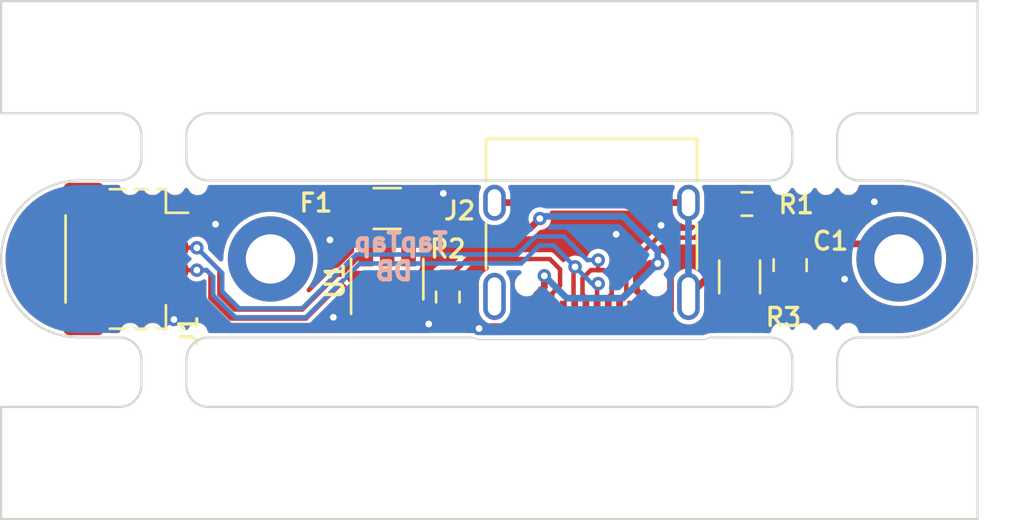
<source format=kicad_pcb>
(kicad_pcb (version 20211014) (generator pcbnew)
  (layers (0 "F.Cu" signal) (31 "B.Cu" signal) (34 "B.Paste" user) (35 "F.Paste" user) (36 "B.SilkS" user "B.Silkscreen") (37 "F.SilkS" user "F.Silkscreen") (38 "B.Mask" user) (39 "F.Mask" user) (44 "Edge.Cuts" user))
  (net 0 "")
  (net 1 "Board_0-+5V")
  (net 2 "Board_0-D+")
  (net 3 "Board_0-D-")
  (net 4 "Board_0-GND")
  (net 5 "Board_0-Net-(J2-PadA5)")
  (net 6 "Board_0-Net-(J2-PadB5)")
  (net 7 "Board_0-SHIELD")
  (net 8 "Board_0-VBUS")
  (net 9 "Board_0-unconnected-(J2-PadA8)")
  (net 10 "Board_0-unconnected-(J2-PadB8)")
  (net 11 "Board_0-unconnected-(U1-Pad3)")
  (net 12 "Board_0-unconnected-(U1-Pad4)")
  (footprint "NPTH" (layer "F.Cu") (at 35.001387 53.249)
    (fp_text reference "REF**" hide)
    (fp_text value "NPTH" hide)
  )
  (footprint "NPTH" (layer "F.Cu") (at 35.001387 46.650999)
    (fp_text reference "REF**" hide)
    (fp_text value "NPTH" hide)
  )
  (footprint "MountingHole:MountingHole_2.2mm_M2_DIN965_Pad" (layer "F.Cu") (at 40.249995 49.949999)
    (fp_text reference "H1" hide)
    (fp_text value "MountingHole")
  )
  (footprint "MountingHole:MountingHole_2.2mm_M2_DIN965_Pad" (layer "F.Cu") (at 68.249995 49.949999)
    (fp_text reference "H2" hide)
    (fp_text value "MountingHole_Pad")
  )
  (footprint "pcbart:tt_4mm" (layer "F.Cu") (at 32.149995 50.049999)
    (fp_text reference "Ref**" hide)
    (fp_text value "Val**" hide)
  )
  (footprint "NPTH" (layer "F.Cu") (at 37.001387 53.249)
    (fp_text reference "REF**" hide)
    (fp_text value "NPTH" hide)
  )
  (footprint "Package_TO_SOT_SMD:SOT-23-6" (layer "F.Cu") (at 45.449995 50.849999 90)
    (fp_text reference "U1")
    (fp_text value "SRV05-4")
  )
  (footprint "Fuse:Fuse_1206_3216Metric" (layer "F.Cu") (at 45.449995 47.699999)
    (fp_text reference "F1")
    (fp_text value "500mA")
  )
  (footprint "NPTH" (layer "F.Cu") (at 62.998605 53.248999)
    (fp_text reference "REF**" hide)
    (fp_text value "NPTH" hide)
  )
  (footprint "NPTH" (layer "F.Cu") (at 34.001387 46.650999)
    (fp_text reference "REF**" hide)
    (fp_text value "NPTH" hide)
  )
  (footprint "Capacitor_SMD:C_0805_2012Metric" (layer "F.Cu") (at 63.399995 50.224999 -90)
    (fp_text reference "C1")
    (fp_text value "470n")
  )
  (footprint "NPTH" (layer "F.Cu") (at 63.998605 53.248999)
    (fp_text reference "REF**" hide)
    (fp_text value "NPTH" hide)
  )
  (footprint "NPTH" (layer "F.Cu") (at 64.998605 53.248999)
    (fp_text reference "REF**" hide)
    (fp_text value "NPTH" hide)
  )
  (footprint "NPTH" (layer "F.Cu") (at 63.998605 46.650999)
    (fp_text reference "REF**" hide)
    (fp_text value "NPTH" hide)
  )
  (footprint "Resistor_SMD:R_1206_3216Metric" (layer "F.Cu") (at 61.149995 50.749999 -90)
    (fp_text reference "R3")
    (fp_text value "1M")
  )
  (footprint "NPTH" (layer "F.Cu") (at 37.001387 46.650999)
    (fp_text reference "REF**" hide)
    (fp_text value "NPTH" hide)
  )
  (footprint "Resistor_SMD:R_0603_1608Metric" (layer "F.Cu") (at 48.149995 51.649999 90)
    (fp_text reference "R2")
    (fp_text value "5.1K")
  )
  (footprint "NPTH" (layer "F.Cu") (at 65.998605 46.650999)
    (fp_text reference "REF**" hide)
    (fp_text value "NPTH" hide)
  )
  (footprint "NPTH" (layer "F.Cu") (at 36.001387 53.249)
    (fp_text reference "REF**" hide)
    (fp_text value "NPTH" hide)
  )
  (footprint "NPTH" (layer "F.Cu") (at 64.998605 46.650999)
    (fp_text reference "REF**" hide)
    (fp_text value "NPTH" hide)
  )
  (footprint "NPTH" (layer "F.Cu") (at 36.001387 46.650999)
    (fp_text reference "REF**" hide)
    (fp_text value "NPTH" hide)
  )
  (footprint "NPTH" (layer "F.Cu") (at 34.001387 53.249)
    (fp_text reference "REF**" hide)
    (fp_text value "NPTH" hide)
  )
  (footprint "Resistor_SMD:R_0603_1608Metric" (layer "F.Cu") (at 61.474995 47.499999 180)
    (fp_text reference "R1")
    (fp_text value "5.1K")
  )
  (footprint "Connector_USB:USB_C_Receptacle_HRO_TYPE-C-31-M-12" (layer "F.Cu") (at 54.549995 48.489999 180)
    (fp_text reference "J2")
    (fp_text value "USB_C_Receptacle_USB2.0")
  )
  (footprint "NPTH" (layer "F.Cu") (at 65.998605 53.248999)
    (fp_text reference "REF**" hide)
    (fp_text value "NPTH" hide)
  )
  (footprint "Connector_JST:JST_SH_SM04B-SRSS-TB_1x04-1MP_P1.00mm_Horizontal" (layer "F.Cu") (at 33.806245 49.949999 -90)
    (fp_text reference "J1")
    (fp_text value "JST_SH_SM04B-SRSS-TB_1x04")
  )
  (footprint "NPTH" (layer "F.Cu") (at 62.998605 46.650999)
    (fp_text reference "REF**" hide)
    (fp_text value "NPTH" hide)
  )
  (gr_line (start 37.090198 43.536932) (end 37.135091 43.518336) (layer "Edge.Cuts") (width 0.1))
  (gr_line (start 63.273885 53.81295) (end 63.30378 53.851257) (layer "Edge.Cuts") (width 0.1))
  (gr_line (start 71.741121 49.688264) (end 71.724451 49.520899) (layer "Edge.Cuts") (width 0.1))
  (gr_line (start 71.746805 56.550757) (end 71.73991 56.548) (layer "Edge.Cuts") (width 0.1))
  (gr_line (start 34.306562 56.147741) (end 34.261023 56.20464) (layer "Edge.Cuts") (width 0.1))
  (gr_line (start 63.440733 55.89152) (end 63.423245 55.936856) (layer "Edge.Cuts") (width 0.1))
  (gr_line (start 66.000636 43.580613) (end 66.065326 43.54705) (layer "Edge.Cuts") (width 0.1))
  (gr_line (start 63.357756 43.933037) (end 63.381707 43.975316) (layer "Edge.Cuts") (width 0.1))
  (gr_line (start 63.493837 45.556036) (end 63.487889 45.604262) (layer "Edge.Cuts") (width 0.1))
  (gr_line (start 71.746805 43.449241) (end 71.74991 43.441999) (layer "Edge.Cuts") (width 0.1))
  (gr_line (start 36.567725 55.914295) (end 36.551355 55.868544) (layer "Edge.Cuts") (width 0.1))
  (gr_line (start 34.139436 56.323279) (end 34.101129 56.353174) (layer "Edge.Cuts") (width 0.1))
  (gr_line (start 63.19125 56.275004) (end 63.136654 56.323279) (layer "Edge.Cuts") (width 0.1))
  (gr_line (start 36.58632 54.039811) (end 36.607096 53.995885) (layer "Edge.Cuts") (width 0.1))
  (gr_line (start 33.956502 53.556708) (end 34.020348 53.591849) (layer "Edge.Cuts") (width 0.1))
  (gr_line (start 63.30378 43.852257) (end 63.331759 43.891984) (layer "Edge.Cuts") (width 0.1))
  (gr_line (start 34.17623 46.19254) (end 34.139436 46.224278) (layer "Edge.Cuts") (width 0.1))
  (gr_line (start 63.078655 43.63259) (end 63.136654 43.676719) (layer "Edge.Cuts") (width 0.1))
  (gr_line (start 66.109749 53.526359) (end 66.155084 53.508871) (layer "Edge.Cuts") (width 0.1))
  (gr_line (start 34.443515 45.792519) (end 34.426027 45.837855) (layer "Edge.Cuts") (width 0.1))
  (gr_line (start 63.498605 55.557938) (end 63.497412 55.606576) (layer "Edge.Cuts") (width 0.1))
  (gr_line (start 69.119801 46.558919) (end 68.943827 46.518517) (layer "Edge.Cuts") (width 0.1))
  (gr_line (start 63.440733 44.108478) (end 63.455975 44.154617) (layer "Edge.Cuts") (width 0.1))
  (gr_line (start 30.880181 46.558924) (end 30.717973 46.604646) (layer "Edge.Cuts") (width 0.1))
  (gr_line (start 65.593656 55.981279) (end 65.573965 55.936856) (layer "Edge.Cuts") (width 0.1))
  (gr_line (start 34.120466 53.660537) (end 34.158028 53.691363) (layer "Edge.Cuts") (width 0.1))
  (gr_line (start 34.496619 44.344962) (end 34.501088 44.417703) (layer "Edge.Cuts") (width 0.1))
  (gr_line (start 65.898863 56.353174) (end 65.860556 56.323279) (layer "Edge.Cuts") (width 0.1))
  (gr_line (start 69.918786 46.872483) (end 69.768891 46.795728) (layer "Edge.Cuts") (width 0.1))
  (gr_line (start 34.020348 53.591849) (end 34.081437 53.631591) (layer "Edge.Cuts") (width 0.1))
  (gr_line (start 36.982426 43.592848) (end 37.024705 43.568897) (layer "Edge.Cuts") (width 0.1))
  (gr_line (start 34.139436 43.676719) (end 34.17623 43.708457) (layer "Edge.Cuts") (width 0.1))
  (gr_line (start 62.864901 53.517337) (end 62.931884 53.54605) (layer "Edge.Cuts") (width 0.1))
  (gr_line (start 65.771601 43.759354) (end 65.805961 43.724994) (layer "Edge.Cuts") (width 0.1))
  (gr_line (start 36.531057 45.699549) (end 36.515963 45.628251) (layer "Edge.Cuts") (width 0.1))
  (gr_line (start 63.098347 46.254174) (end 63.058619 46.282154) (layer "Edge.Cuts") (width 0.1))
  (gr_line (start 65.528275 45.69955) (end 65.517628 45.652139) (layer "Edge.Cuts") (width 0.1))
  (gr_line (start 65.522661 54.224089) (end 65.534468 54.176953) (layer "Edge.Cuts") (width 0.1))
  (gr_line (start 63.136654 43.676719) (end 63.173448 43.708457) (layer "Edge.Cuts") (width 0.1))
  (gr_line (start 63.357756 56.066961) (end 63.331759 56.108014) (layer "Edge.Cuts") (width 0.1))
  (gr_line (start 36.537249 55.822045) (end 36.52041 55.751139) (layer "Edge.Cuts") (width 0.1))
  (gr_line (start 65.604314 43.996884) (end 65.639454 43.933037) (layer "Edge.Cuts") (width 0.1))
  (gr_line (start 40.76063 43.451999) (end 62.508544 43.451999) (layer "Edge.Cuts") (width 0.1))
  (gr_line (start 65.665451 53.890985) (end 65.69343 53.851257) (layer "Edge.Cuts") (width 0.1))
  (gr_line (start 65.517628 45.652139) (end 65.509321 45.604263) (layer "Edge.Cuts") (width 0.1))
  (gr_line (start 70.874995 52.266426) (end 70.987196 52.132701) (layer "Edge.Cuts") (width 0.1))
  (gr_line (start 68.598466 46.466461) (end 68.424393 46.453422) (layer "Edge.Cuts") (width 0.1))
  (gr_line (start 66.415776 46.446316) (end 66.343342 46.438283) (layer "Edge.Cuts") (width 0.1))
  (gr_line (start 66.271695 53.475054) (end 66.343342 53.461715) (layer "Edge.Cuts") (width 0.1))
  (gr_line (start 65.979644 46.30815) (end 65.938591 46.282154) (layer "Edge.Cuts") (width 0.1))
  (gr_line (start 34.458757 45.74638) (end 34.443515 45.792519) (layer "Edge.Cuts") (width 0.1))
  (gr_line (start 63.225609 56.240644) (end 63.19125 56.275004) (layer "Edge.Cuts") (width 0.1))
  (gr_line (start 28.250394 49.856466) (end 28.250164 50.037391) (layer "Edge.Cuts") (width 0.1))
  (gr_line (start 28.336873 50.729136) (end 28.381695 50.904203) (layer "Edge.Cuts") (width 0.1))
  (gr_line (start 65.498904 54.416703) (end 65.501288 54.36817) (layer "Edge.Cuts") (width 0.1))
  (gr_line (start 34.501387 55.557938) (end 34.498704 55.630828) (layer "Edge.Cuts") (width 0.1))
  (gr_line (start 70.50043 52.631789) (end 70.631309 52.51628) (layer "Edge.Cuts") (width 0.1))
  (gr_line (start 36.696212 43.852257) (end 36.741751 43.795358) (layer "Edge.Cuts") (width 0.1))
  (gr_line (start 63.498605 54.441061) (end 63.498605 55.557938) (layer "Edge.Cuts") (width 0.1))
  (gr_line (start 28.250164 50.037391) (end 28.259408 50.217868) (layer "Edge.Cuts") (width 0.1))
  (gr_line (start 66.488666 53.450999) (end 68.249938 53.45098) (layer "Edge.Cuts") (width 0.1))
  (gr_line (start 36.630001 43.95403) (end 36.668233 43.891984) (layer "Edge.Cuts") (width 0.1))
  (gr_line (start 34.334541 46.009013) (end 34.306562 46.04874) (layer "Edge.Cuts") (width 0.1))
  (gr_line (start 29.924374 52.937231) (end 30.075545 53.024518) (layer "Edge.Cuts") (width 0.1))
  (gr_line (start 37.068108 53.546051) (end 37.135091 53.517337) (layer "Edge.Cuts") (width 0.1))
  (gr_line (start 34.334541 53.890985) (end 34.360538 53.932038) (layer "Edge.Cuts") (width 0.1))
  (gr_line (start 65.938591 56.381154) (end 65.898863 56.353174) (layer "Edge.Cuts") (width 0.1))
  (gr_line (start 69.610005 46.724035) (end 69.441467 46.658136) (layer "Edge.Cuts") (width 0.1))
  (gr_line (start 33.728297 56.523944) (end 33.65665 56.537283) (layer "Edge.Cuts") (width 0.1))
  (gr_line (start 28.259408 50.217868) (end 28.276257 50.385427) (layer "Edge.Cuts") (width 0.1))
  (gr_line (start 37.135091 46.382661) (end 37.068108 46.353947) (layer "Edge.Cuts") (width 0.1))
  (gr_line (start 63.173448 46.19254) (end 63.136654 46.224279) (layer "Edge.Cuts") (width 0.1))
  (gr_line (start 29.924395 46.962753) (end 29.777968 47.057324) (layer "Edge.Cuts") (width 0.1))
  (gr_line (start 28.718039 51.700341) (end 28.809055 51.849295) (layer "Edge.Cuts") (width 0.1))
  (gr_line (start 28.907398 47.906449) (end 28.812589 48.045373) (layer "Edge.Cuts") (width 0.1))
  (gr_line (start 37.322135 43.466574) (end 37.39435 43.456766) (layer "Edge.Cuts") (width 0.1))
  (gr_line (start 34.020348 56.40715) (end 33.978069 56.431101) (layer "Edge.Cuts") (width 0.1))
  (gr_line (start 69.113982 53.342635) (end 69.281779 53.295425) (layer "Edge.Cuts") (width 0.1))
  (gr_line (start 71.511131 51.223166) (end 71.568652 51.06489) (layer "Edge.Cuts") (width 0.1))
  (gr_line (start 33.775432 43.487861) (end 33.821932 43.501966) (layer "Edge.Cuts") (width 0.1))
  (gr_line (start 65.639454 53.932037) (end 65.665451 53.890985) (layer "Edge.Cuts") (width 0.1))
  (gr_line (start 63.498306 44.417703) (end 63.498605 45.458938) (layer "Edge.Cuts") (width 0.1))
  (gr_line (start 65.979644 53.591848) (end 66.04349 53.556707) (layer "Edge.Cuts") (width 0.1))
  (gr_line (start 37.39435 53.455767) (end 37.44281 53.452193) (layer "Edge.Cuts") (width 0.1))
  (gr_line (start 34.406336 44.018719) (end 34.435049 44.085703) (layer "Edge.Cuts") (width 0.1))
  (gr_line (start 71.441062 48.510013) (end 71.368155 48.358444) (layer "Edge.Cuts") (width 0.1))
  (gr_line (start 65.898863 46.254174) (end 65.860556 46.224279) (layer "Edge.Cuts") (width 0.1))
  (gr_line (start 37.346124 56.537283) (end 37.298248 56.528976) (layer "Edge.Cuts") (width 0.1))
  (gr_line (start 71.73991 56.548) (end 66.488666 56.548) (layer "Edge.Cuts") (width 0.1))
  (gr_line (start 34.471717 45.699549) (end 34.458757 45.74638) (layer "Edge.Cuts") (width 0.1))
  (gr_line (start 28.631832 48.358455) (end 28.558838 48.510217) (layer "Edge.Cuts") (width 0.1))
  (gr_line (start 29.636014 52.740614) (end 29.777742 52.842518) (layer "Edge.Cuts") (width 0.1))
  (gr_line (start 34.426027 54.062143) (end 34.443515 54.107479) (layer "Edge.Cuts") (width 0.1))
  (gr_line (start 63.462743 45.723045) (end 63.448637 45.769544) (layer "Edge.Cuts") (width 0.1))
  (gr_line (start 34.061401 46.282153) (end 34.020348 46.308149) (layer "Edge.Cuts") (width 0.1))
  (gr_line (start 71.740585 50.217857) (end 71.749833 50.037168) (layer "Edge.Cuts") (width 0.1))
  (gr_line (start 36.982426 56.40715) (end 36.941373 56.381154) (layer "Edge.Cuts") (width 0.1))
  (gr_line (start 71.73991 38.451999) (end 28.260082 38.451999) (layer "Edge.Cuts") (width 0.1))
  (gr_line (start 62.931884 53.54605) (end 62.996574 53.579614) (layer "Edge.Cuts") (width 0.1))
  (gr_line (start 63.273885 56.186048) (end 63.225609 56.240644) (layer "Edge.Cuts") (width 0.1))
  (gr_line (start 69.769089 53.104172) (end 69.924423 53.02453) (layer "Edge.Cuts") (width 0.1))
  (gr_line (start 66.065326 43.54705) (end 66.109749 43.527358) (layer "Edge.Cuts") (width 0.1))
  (gr_line (start 65.501288 55.630828) (end 65.498605 55.557938) (layer "Edge.Cuts") (width 0.1))
  (gr_line (start 33.978069 46.3321) (end 33.934666 46.353947) (layer "Edge.Cuts") (width 0.1))
  (gr_line (start 63.498605 45.458938) (end 63.497412 45.507576) (layer "Edge.Cuts") (width 0.1))
  (gr_line (start 36.607096 53.995885) (end 36.630001 53.953031) (layer "Edge.Cuts") (width 0.1))
  (gr_line (start 71.506552 48.665161) (end 71.441062 48.510013) (layer "Edge.Cuts") (width 0.1))
  (gr_line (start 59.85 53.45) (end 62.532901 53.451298) (layer "Edge.Cuts") (width 0.1))
  (gr_line (start 37.44281 43.453192) (end 37.491448 43.451999) (layer "Edge.Cuts") (width 0.1))
  (gr_line (start 28.253011 38.454927) (end 28.250082 38.461999) (layer "Edge.Cuts") (width 0.1))
  (gr_line (start 63.497412 55.606576) (end 63.493837 55.655036) (layer "Edge.Cuts") (width 0.1))
  (gr_line (start 65.528275 55.79855) (end 65.513181 55.727252) (layer "Edge.Cuts") (width 0.1))
  (gr_line (start 37.024705 43.568897) (end 37.090198 43.536932) (layer "Edge.Cuts") (width 0.1))
  (gr_line (start 62.795987 56.50537) (end 62.725515 56.523944) (layer "Edge.Cuts") (width 0.1))
  (gr_line (start 28.378299 49.007863) (end 28.336824 49.171079) (layer "Edge.Cuts") (width 0.1))
  (gr_line (start 65.639454 45.967961) (end 65.615504 45.925682) (layer "Edge.Cuts") (width 0.1))
  (gr_line (start 34.101129 56.353174) (end 34.061401 56.381154) (layer "Edge.Cuts") (width 0.1))
  (gr_line (start 36.50407 55.630828) (end 36.501387 55.557938) (layer "Edge.Cuts") (width 0.1))
  (gr_line (start 66.488666 43.451999) (end 71.73991 43.451999) (layer "Edge.Cuts") (width 0.1))
  (gr_line (start 37.418558 46.446315) (end 37.346124 46.438283) (layer "Edge.Cuts") (width 0.1))
  (gr_line (start 34.194032 53.723995) (end 34.228391 53.758355) (layer "Edge.Cuts") (width 0.1))
  (gr_line (start 63.058619 46.282154) (end 63.017566 46.30815) (layer "Edge.Cuts") (width 0.1))
  (gr_line (start 66.04349 53.556707) (end 66.109749 53.526359) (layer "Edge.Cuts") (width 0.1))
  (gr_line (start 34.334541 43.891984) (end 34.360538 43.933037) (layer "Edge.Cuts") (width 0.1))
  (gr_line (start 63.493837 54.343962) (end 63.497412 54.392422) (layer "Edge.Cuts") (width 0.1))
  (gr_line (start 63.173448 43.708457) (end 63.20864 43.741963) (layer "Edge.Cuts") (width 0.1))
  (gr_line (start 36.607096 45.904114) (end 36.58632 45.860187) (layer "Edge.Cuts") (width 0.1))
  (gr_line (start 29.499541 52.631772) (end 29.636014 52.740614) (layer "Edge.Cuts") (width 0.1))
  (gr_line (start 29.36422 47.387962) (end 29.243723 47.505607) (layer "Edge.Cuts") (width 0.1))
  (gr_line (start 37.39435 43.456766) (end 37.44281 43.453192) (layer "Edge.Cuts") (width 0.1))
  (gr_line (start 65.755064 46.123842) (end 65.723325 46.087048) (layer "Edge.Cuts") (width 0.1))
  (gr_line (start 36.512103 44.296735) (end 36.525443 44.225088) (layer "Edge.Cuts") (width 0.1))
  (gr_line (start 66.343342 43.462715) (end 66.415776 43.454682) (layer "Edge.Cuts") (width 0.1))
  (gr_line (start 37.046272 56.442291) (end 36.982426 56.40715) (layer "Edge.Cuts") (width 0.1))
  (gr_line (start 63.331759 43.891984) (end 63.357756 43.933037) (layer "Edge.Cuts") (width 0.1))
  (gr_line (start 31.575625 46.453422) (end 31.401304 46.466485) (layer "Edge.Cuts") (width 0.1))
  (gr_line (start 59.239362 46.448999) (end 37.491448 46.448999) (layer "Edge.Cuts") (width 0.1))
  (gr_line (start 63.423245 44.063142) (end 63.440733 44.108478) (layer "Edge.Cuts") (width 0.1))
  (gr_line (start 37.250837 56.51833) (end 37.204005 56.50537) (layer "Edge.Cuts") (width 0.1))
  (gr_line (start 71.74991 43.441999) (end 71.74991 38.461999) (layer "Edge.Cuts") (width 0.1))
  (gr_line (start 66.04349 46.343291) (end 65.979644 46.30815) (layer "Edge.Cuts") (width 0.1))
  (gr_line (start 63.331759 46.009013) (end 63.30378 46.048741) (layer "Edge.Cuts") (width 0.1))
  (gr_line (start 36.58632 44.04081) (end 36.607096 43.996884) (layer "Edge.Cuts") (width 0.1))
  (gr_line (start 65.573965 55.936856) (end 65.556477 55.89152) (layer "Edge.Cuts") (width 0.1))
  (gr_line (start 62.887461 56.47264) (end 62.842126 56.490127) (layer "Edge.Cuts") (width 0.1))
  (gr_line (start 63.331759 56.108014) (end 63.30378 56.147741) (layer "Edge.Cuts") (width 0.1))
  (gr_line (start 63.487889 54.295736) (end 63.493837 54.343962) (layer "Edge.Cuts") (width 0.1))
  (gr_line (start 36.501387 45.458937) (end 36.501387 44.44206) (layer "Edge.Cuts") (width 0.1))
  (gr_line (start 62.795987 46.40637) (end 62.725515 46.424944) (layer "Edge.Cuts") (width 0.1))
  (gr_line (start 28.302284 49.341935) (end 28.27554 49.520911) (layer "Edge.Cuts") (width 0.1))
  (gr_line (start 70.987196 52.132701) (end 71.092593 51.993549) (layer "Edge.Cuts") (width 0.1))
  (gr_line (start 65.517628 44.248859) (end 65.528275 44.201448) (layer "Edge.Cuts") (width 0.1))
  (gr_line (start 71.661673 49.164876) (end 71.620039 49.0017) (layer "Edge.Cuts") (width 0.1))
  (gr_line (start 34.101129 43.646824) (end 34.139436 43.676719) (layer "Edge.Cuts") (width 0.1))
  (gr_line (start 33.821932 46.399031) (end 33.751937 46.419329) (layer "Edge.Cuts") (width 0.1))
  (gr_line (start 37.298248 46.429975) (end 37.250837 46.419329) (layer "Edge.Cuts") (width 0.1))
  (gr_line (start 63.493837 55.655036) (end 63.487889 55.703263) (layer "Edge.Cuts") (width 0.1))
  (gr_line (start 37.322135 53.465575) (end 37.39435 53.455767) (layer "Edge.Cuts") (width 0.1))
  (gr_line (start 68.604804 53.432822) (end 68.771891 53.411801) (layer "Edge.Cuts") (width 0.1))
  (gr_line (start 36.52041 55.751139) (end 36.512103 55.703263) (layer "Edge.Cuts") (width 0.1))
  (gr_line (start 62.677857 56.533424) (end 62.605642 56.543232) (layer "Edge.Cuts") (width 0.1))
  (gr_line (start 69.924423 53.02453) (end 70.075595 52.937245) (layer "Edge.Cuts") (width 0.1))
  (gr_line (start 34.443515 54.107479) (end 34.458757 54.153618) (layer "Edge.Cuts") (width 0.1))
  (gr_line (start 36.551355 55.868544) (end 36.537249 55.822045) (layer "Edge.Cuts") (width 0.1))
  (gr_line (start 71.723763 50.385206) (end 71.740585 50.217857) (layer "Edge.Cuts") (width 0.1))
  (gr_line (start 63.038252 56.394404) (end 62.996574 56.419385) (layer "Edge.Cuts") (width 0.1))
  (gr_line (start 65.509321 44.296735) (end 65.517628 44.248859) (layer "Edge.Cuts") (width 0.1))
  (gr_line (start 36.808742 43.724994) (end 36.844746 43.692362) (layer "Edge.Cuts") (width 0.1))
  (gr_line (start 71.698744 50.551741) (end 71.723763 50.385206) (layer "Edge.Cuts") (width 0.1))
  (gr_line (start 63.487889 45.604262) (end 63.47455 45.675909) (layer "Edge.Cuts") (width 0.1))
  (gr_line (start 59.55 53.55) (end 59.85 53.45) (layer "Edge.Cuts") (width 0.05))
  (gr_line (start 63.468935 44.201448) (end 63.484029 44.272746) (layer "Edge.Cuts") (width 0.1))
  (gr_line (start 37.491448 43.451999) (end 40.76063 43.451999) (layer "Edge.Cuts") (width 0.1))
  (gr_line (start 63.19125 53.723995) (end 63.225609 53.758355) (layer "Edge.Cuts") (width 0.1))
  (gr_line (start 28.276257 50.385427) (end 28.301249 50.551752) (layer "Edge.Cuts") (width 0.1))
  (gr_line (start 34.211422 56.258035) (end 34.17623 56.291541) (layer "Edge.Cuts") (width 0.1))
  (gr_line (start 63.455975 44.154617) (end 63.468935 44.201448) (layer "Edge.Cuts") (width 0.1))
  (gr_line (start 33.775432 56.512137) (end 33.728297 56.523944) (layer "Edge.Cuts") (width 0.1))
  (gr_line (start 37.298248 56.528976) (end 37.250837 56.51833) (layer "Edge.Cuts") (width 0.1))
  (gr_line (start 34.261023 43.795358) (end 34.306562 43.852257) (layer "Edge.Cuts") (width 0.1))
  (gr_line (start 33.632573 46.441553) (end 33.584216 46.446315) (layer "Edge.Cuts") (width 0.1))
  (gr_line (start 62.581434 43.454682) (end 62.629792 43.459445) (layer "Edge.Cuts") (width 0.1))
  (gr_line (start 34.471717 55.79855) (end 34.458757 55.845381) (layer "Edge.Cuts") (width 0.1))
  (gr_line (start 37.068108 46.353947) (end 37.024704 46.3321) (layer "Edge.Cuts") (width 0.1))
  (gr_line (start 34.139436 46.224278) (end 34.101129 46.254173) (layer "Edge.Cuts") (width 0.1))
  (gr_line (start 34.406336 54.01772) (end 34.426027 54.062143) (layer "Edge.Cuts") (width 0.1))
  (gr_line (start 31.753049 46.448999) (end 31.575625 46.453422) (layer "Edge.Cuts") (width 0.1))
  (gr_line (start 36.525443 44.225088) (end 36.537249 44.177953) (layer "Edge.Cuts") (width 0.1))
  (gr_line (start 65.503373 44.344962) (end 65.509321 44.296735) (layer "Edge.Cuts") (width 0.1))
  (gr_line (start 34.458757 54.153618) (end 34.477331 54.224089) (layer "Edge.Cuts") (width 0.1))
  (gr_line (start 31.401304 46.466485) (end 31.228098 46.488196) (layer "Edge.Cuts") (width 0.1))
  (gr_line (start 66.415776 53.453682) (end 66.488666 53.450999) (layer "Edge.Cuts") (width 0.1))
  (gr_line (start 65.541235 44.154617) (end 65.564943 44.085703) (layer "Edge.Cuts") (width 0.1))
  (gr_line (start 71.281829 48.199441) (end 71.187397 48.045363) (layer "Edge.Cuts") (width 0.1))
  (gr_line (start 65.665451 56.108014) (end 65.639454 56.066961) (layer "Edge.Cuts") (width 0.1))
  (gr_line (start 63.136654 46.224279) (end 63.098347 46.254174) (layer "Edge.Cuts") (width 0.1))
  (gr_line (start 34.406336 45.882278) (end 34.384488 45.925681) (layer "Edge.Cuts") (width 0.1))
  (gr_line (start 28.381695 50.904203) (end 28.431411 51.065101) (layer "Edge.Cuts") (width 0.1))
  (gr_line (start 62.795987 43.494628) (end 62.842126 43.509871) (layer "Edge.Cuts") (width 0.1))
  (gr_line (start 30.231125 46.795718) (end 30.081196 46.872489) (layer "Edge.Cuts") (width 0.1))
  (gr_line (start 33.751937 46.419329) (end 33.704526 46.429975) (layer "Edge.Cuts") (width 0.1))
  (gr_line (start 36.50407 44.36917) (end 36.512103 44.296735) (layer "Edge.Cuts") (width 0.1))
  (gr_line (start 36.696212 53.851258) (end 36.726107 53.812951) (layer "Edge.Cuts") (width 0.1))
  (gr_line (start 65.556477 55.89152) (end 65.541235 55.845381) (layer "Edge.Cuts") (width 0.1))
  (gr_line (start 62.887461 43.527358) (end 62.931884 43.54705) (layer "Edge.Cuts") (width 0.1))
  (gr_line (start 30.075545 53.024518) (end 30.230878 53.10416) (layer "Edge.Cuts") (width 0.1))
  (gr_line (start 36.791352 53.740964) (end 36.826544 53.707458) (layer "Edge.Cuts") (width 0.1))
  (gr_line (start 34.276667 46.087047) (end 34.244928 46.123841) (layer "Edge.Cuts") (width 0.1))
  (gr_line (start 68.424613 53.446562) (end 68.604804 53.432822) (layer "Edge.Cuts") (width 0.1))
  (gr_line (start 66.343342 46.438283) (end 66.295466 46.429976) (layer "Edge.Cuts") (width 0.1))
  (gr_line (start 31.575351 53.446561) (end 31.750043 53.45098) (layer "Edge.Cuts") (width 0.1))
  (gr_line (start 37.135091 43.518336) (end 37.204005 43.494628) (layer "Edge.Cuts") (width 0.1))
  (gr_line (start 36.515963 45.628251) (end 36.508833 45.580185) (layer "Edge.Cuts") (width 0.1))
  (gr_line (start 36.921337 46.268407) (end 36.863338 46.224278) (layer "Edge.Cuts") (width 0.1))
  (gr_line (start 71.73991 43.451999) (end 71.746805 43.449241) (layer "Edge.Cuts") (width 0.1))
  (gr_line (start 65.534468 54.176953) (end 65.548573 54.130454) (layer "Edge.Cuts") (width 0.1))
  (gr_line (start 36.696212 46.048741) (end 36.668233 46.009013) (layer "Edge.Cuts") (width 0.1))
  (gr_line (start 37.274477 53.475055) (end 37.322135 53.465575) (layer "Edge.Cuts") (width 0.1))
  (gr_line (start 37.491448 46.448999) (end 37.418558 46.446315) (layer "Edge.Cuts") (width 0.1))
  (gr_line (start 36.844746 56.307636) (end 36.791352 56.258035) (layer "Edge.Cuts") (width 0.1))
  (gr_line (start 28.558838 48.510217) (end 28.493436 48.665173) (layer "Edge.Cuts") (width 0.1))
  (gr_line (start 29.124979 52.266406) (end 29.243705 52.394373) (layer "Edge.Cuts") (width 0.1))
  (gr_line (start 34.384488 45.925681) (end 34.360538 45.96796) (layer "Edge.Cuts") (width 0.1))
  (gr_line (start 34.498704 45.531827) (end 34.490671 45.604262) (layer "Edge.Cuts") (width 0.1))
  (gr_line (start 62.605642 46.444231) (end 62.532901 46.4487) (layer "Edge.Cuts") (width 0.1))
  (gr_line (start 65.738969 56.20464) (end 65.69343 56.147741) (layer "Edge.Cuts") (width 0.1))
  (gr_line (start 66.021923 56.431101) (end 65.979644 56.40715) (layer "Edge.Cuts") (width 0.1))
  (gr_line (start 71.6183 50.904193) (end 71.663168 50.728919) (layer "Edge.Cuts") (width 0.1))
  (gr_line (start 36.941373 43.618844) (end 36.982426 43.592848) (layer "Edge.Cuts") (width 0.1))
  (gr_line (start 29.12516 47.633386) (end 29.009016 47.772159) (layer "Edge.Cuts") (width 0.1))
  (gr_line (start 63.403554 44.018719) (end 63.423245 44.063142) (layer "Edge.Cuts") (width 0.1))
  (gr_line (start 28.809055 51.849295) (end 28.907383 51.993528) (layer "Edge.Cuts") (width 0.1))
  (gr_line (start 66.415776 43.454682) (end 66.488666 43.451999) (layer "Edge.Cuts") (width 0.1))
  (gr_line (start 36.791352 56.258035) (end 36.757846 56.222842) (layer "Edge.Cuts") (width 0.1))
  (gr_line (start 36.668233 46.009013) (end 36.642236 45.96796) (layer "Edge.Cuts") (width 0.1))
  (gr_line (start 36.515963 54.271747) (end 36.525443 54.224089) (layer "Edge.Cuts") (width 0.1))
  (gr_line (start 36.844746 43.692362) (end 36.882308 43.661536) (layer "Edge.Cuts") (width 0.1))
  (gr_line (start 65.573965 45.837856) (end 65.556477 45.79252) (layer "Edge.Cuts") (width 0.1))
  (gr_line (start 36.537249 54.176954) (end 36.559259 54.107479) (layer "Edge.Cuts") (width 0.1))
  (gr_line (start 28.907383 51.993528) (end 29.012779 52.13268) (layer "Edge.Cuts") (width 0.1))
  (gr_line (start 34.477331 54.224089) (end 34.486811 54.271747) (layer "Edge.Cuts") (width 0.1))
  (gr_line (start 36.901645 53.645825) (end 36.96174 53.604595) (layer "Edge.Cuts") (width 0.1))
  (gr_line (start 63.381707 45.925682) (end 63.357756 45.967961) (layer "Edge.Cuts") (width 0.1))
  (gr_line (start 36.774383 46.141643) (end 36.726107 46.087048) (layer "Edge.Cuts") (width 0.1))
  (gr_line (start 63.30378 46.048741) (end 63.273885 46.087048) (layer "Edge.Cuts") (width 0.1))
  (gr_line (start 37.135091 53.517337) (end 37.204005 53.493629) (layer "Edge.Cuts") (width 0.1))
  (gr_line (start 36.696212 56.147741) (end 36.654983 56.087647) (layer "Edge.Cuts") (width 0.1))
  (gr_line (start 33.844908 53.508872) (end 33.890243 53.526359) (layer "Edge.Cuts") (width 0.1))
  (gr_line (start 71.281939 51.700363) (end 71.365419 51.547058) (layer "Edge.Cuts") (width 0.1))
  (gr_line (start 71.744624 38.453179) (end 71.73991 38.451999) (layer "Edge.Cuts") (width 0.1))
  (gr_line (start 33.65665 56.537283) (end 33.584216 56.545316) (layer "Edge.Cuts") (width 0.1))
  (gr_line (start 29.009016 47.772159) (end 28.907398 47.906449) (layer "Edge.Cuts") (width 0.1))
  (gr_line (start 63.038252 43.605594) (end 63.078655 43.63259) (layer "Edge.Cuts") (width 0.1))
  (gr_line (start 65.805961 43.724994) (end 65.860556 43.676719) (layer "Edge.Cuts") (width 0.1))
  (gr_line (start 62.996574 53.579614) (end 63.058619 53.617845) (layer "Edge.Cuts") (width 0.1))
  (gr_line (start 66.109749 43.527358) (end 66.155084 43.509871) (layer "Edge.Cuts") (width 0.1))
  (gr_line (start 63.20864 46.159035) (end 63.173448 46.19254) (layer "Edge.Cuts") (width 0.1))
  (gr_line (start 71.187397 48.045363) (end 71.092464 47.906267) (layer "Edge.Cuts") (width 0.1))
  (gr_line (start 34.020348 46.308149) (end 33.978069 46.3321) (layer "Edge.Cuts") (width 0.1))
  (gr_line (start 36.863338 53.67572) (end 36.901645 53.645825) (layer "Edge.Cuts") (width 0.1))
  (gr_line (start 37.180842 46.399031) (end 37.135091 46.382661) (layer "Edge.Cuts") (width 0.1))
  (gr_line (start 29.243705 52.394373) (end 29.368663 52.516262) (layer "Edge.Cuts") (width 0.1))
  (gr_line (start 33.978069 56.431101) (end 33.934666 56.452948) (layer "Edge.Cuts") (width 0.1))
  (gr_line (start 65.860556 43.676719) (end 65.898863 43.646824) (layer "Edge.Cuts") (width 0.1))
  (gr_line (start 65.738969 43.795358) (end 65.771601 43.759354) (layer "Edge.Cuts") (width 0.1))
  (gr_line (start 66.201224 43.494628) (end 66.248055 43.481668) (layer "Edge.Cuts") (width 0.1))
  (gr_line (start 34.020348 43.592848) (end 34.061401 43.618844) (layer "Edge.Cuts") (width 0.1))
  (gr_line (start 36.58632 45.860187) (end 36.567725 45.815294) (layer "Edge.Cuts") (width 0.1))
  (gr_line (start 36.525443 54.224089) (end 36.537249 54.176954) (layer "Edge.Cuts") (width 0.1))
  (gr_line (start 63.468935 54.200449) (end 63.479582 54.24786) (layer "Edge.Cuts") (width 0.1))
  (gr_line (start 34.244928 46.123841) (end 34.211422 46.159034) (layer "Edge.Cuts") (width 0.1))
  (gr_line (start 66.22456 53.486861) (end 66.271695 53.475054) (layer "Edge.Cuts") (width 0.1))
  (gr_line (start 30.558514 46.658141) (end 30.390012 46.724026) (layer "Edge.Cuts") (width 0.1))
  (gr_line (start 63.403554 45.882279) (end 63.381707 45.925682) (layer "Edge.Cuts") (width 0.1))
  (gr_line (start 65.979644 56.40715) (end 65.938591 56.381154) (layer "Edge.Cuts") (width 0.1))
  (gr_line (start 34.471717 44.201448) (end 34.482364 44.248859) (layer "Edge.Cuts") (width 0.1))
  (gr_line (start 66.155084 43.509871) (end 66.201224 43.494628) (layer "Edge.Cuts") (width 0.1))
  (gr_line (start 70.222045 47.057338) (end 70.075619 46.962765) (layer "Edge.Cuts") (width 0.1))
  (gr_line (start 36.50407 45.531828) (end 36.501387 45.458937) (layer "Edge.Cuts") (width 0.1))
  (gr_line (start 33.704526 53.470023) (end 33.775432 53.486862) (layer "Edge.Cuts") (width 0.1))
  (gr_line (start 34.501088 54.416704) (end 34.501387 55.557938) (layer "Edge.Cuts") (width 0.1))
  (gr_line (start 66.132309 46.382662) (end 66.087417 46.364066) (layer "Edge.Cuts") (width 0.1))
  (gr_line (start 34.498704 54.368171) (end 34.501088 54.416704) (layer "Edge.Cuts") (width 0.1))
  (gr_line (start 36.96174 53.604595) (end 37.024705 53.567898) (layer "Edge.Cuts") (width 0.1))
  (gr_line (start 69.281806 46.604579) (end 69.119801 46.558919) (layer "Edge.Cuts") (width 0.1))
  (gr_line (start 62.725515 56.523944) (end 62.677857 56.533424) (layer "Edge.Cuts") (width 0.1))
  (gr_line (start 65.69343 43.852257) (end 65.738969 43.795358) (layer "Edge.Cuts") (width 0.1))
  (gr_line (start 65.564943 54.084703) (end 65.583538 54.03981) (layer "Edge.Cuts") (width 0.1))
  (gr_line (start 34.384488 43.975316) (end 34.406336 44.018719) (layer "Edge.Cuts") (width 0.1))
  (gr_line (start 70.874849 47.633404) (end 70.756288 47.505624) (layer "Edge.Cuts") (width 0.1))
  (gr_line (start 36.757846 56.222842) (end 36.726107 56.186048) (layer "Edge.Cuts") (width 0.1))
  (gr_line (start 65.556477 45.79252) (end 65.541235 45.746381) (layer "Edge.Cuts") (width 0.1))
  (gr_line (start 62.532901 46.4487) (end 59.239362 46.448999) (layer "Edge.Cuts") (width 0.1))
  (gr_line (start 37.346124 46.438283) (end 37.298248 46.429975) (layer "Edge.Cuts") (width 0.1))
  (gr_line (start 71.620039 49.0017) (end 71.568661 48.835132) (layer "Edge.Cuts") (width 0.1))
  (gr_line (start 66.248055 46.41933) (end 66.201223 46.40637) (layer "Edge.Cuts") (width 0.1))
  (gr_line (start 68.249938 53.45098) (end 68.424613 53.446562) (layer "Edge.Cuts") (width 0.1))
  (gr_line (start 65.541235 45.746381) (end 65.528275 45.69955) (layer "Edge.Cuts") (width 0.1))
  (gr_line (start 28.336824 49.171079) (end 28.302284 49.341935) (layer "Edge.Cuts") (width 0.1))
  (gr_line (start 33.821932 43.501966) (end 33.890243 43.527358) (layer "Edge.Cuts") (width 0.1))
  (gr_line (start 65.938591 46.282154) (end 65.898863 46.254174) (layer "Edge.Cuts") (width 0.1))
  (gr_line (start 62.842126 56.490127) (end 62.795987 56.50537) (layer "Edge.Cuts") (width 0.1))
  (gr_line (start 63.30378 53.851257) (end 63.331759 53.890985) (layer "Edge.Cuts") (width 0.1))
  (gr_line (start 63.117684 53.660537) (end 63.155246 53.691363) (layer "Edge.Cuts") (width 0.1))
  (gr_line (start 36.50258 54.392423) (end 36.508833 54.319813) (layer "Edge.Cuts") (width 0.1))
  (gr_line (start 69.281779 53.295425) (end 69.441475 53.241856) (layer "Edge.Cuts") (width 0.1))
  (gr_line (start 68.937541 53.38267) (end 69.113982 53.342635) (layer "Edge.Cuts") (width 0.1))
  (gr_line (start 36.630001 56.045968) (end 36.596438 55.981279) (layer "Edge.Cuts") (width 0.1))
  (gr_line (start 33.934666 43.54705) (end 33.978069 43.568897) (layer "Edge.Cuts") (width 0.1))
  (gr_line (start 63.484029 44.272746) (end 63.493837 44.344962) (layer "Edge.Cuts") (width 0.1))
  (gr_line (start 65.841964 53.691363) (end 65.879526 53.660536) (layer "Edge.Cuts") (width 0.1))
  (gr_line (start 63.381707 53.974317) (end 63.413672 54.039811) (layer "Edge.Cuts") (width 0.1))
  (gr_line (start 28.812589 48.045373) (end 28.718052 48.199635) (layer "Edge.Cuts") (width 0.1))
  (gr_line (start 37.204005 56.50537) (end 37.135091 56.481662) (layer "Edge.Cuts") (width 0.1))
  (gr_line (start 65.506051 54.319812) (end 65.513181 54.271747) (layer "Edge.Cuts") (width 0.1))
  (gr_line (start 65.501288 54.36817) (end 65.506051 54.319812) (layer "Edge.Cuts") (width 0.1))
  (gr_line (start 36.537249 44.177953) (end 36.551355 44.131454) (layer "Edge.Cuts") (width 0.1))
  (gr_line (start 37.204005 43.494628) (end 37.274477 43.476054) (layer "Edge.Cuts") (width 0.1))
  (gr_line (start 71.74991 56.558) (end 71.746805 56.550757) (layer "Edge.Cuts") (width 0.1))
  (gr_line (start 31.056191 46.518514) (end 30.880181 46.558924) (layer "Edge.Cuts") (width 0.1))
  (gr_line (start 34.061401 43.618844) (end 34.101129 43.646824) (layer "Edge.Cuts") (width 0.1))
  (gr_line (start 33.65665 53.461716) (end 33.704526 53.470023) (layer "Edge.Cuts") (width 0.1))
  (gr_line (start 66.065326 56.452948) (end 66.021923 56.431101) (layer "Edge.Cuts") (width 0.1))
  (gr_line (start 36.808742 46.176003) (end 36.774383 46.141643) (layer "Edge.Cuts") (width 0.1))
  (gr_line (start 30.389989 53.175961) (end 30.558526 53.24186) (layer "Edge.Cuts") (width 0.1))
  (gr_line (start 37.024705 53.567898) (end 37.068108 53.546051) (layer "Edge.Cuts") (width 0.1))
  (gr_line (start 34.276667 53.812951) (end 34.306562 53.851258) (layer "Edge.Cuts") (width 0.1))
  (gr_line (start 70.075619 46.962765) (end 69.918786 46.872483) (layer "Edge.Cuts") (width 0.1))
  (gr_line (start 63.493837 44.344962) (end 63.498306 44.417703) (layer "Edge.Cuts") (width 0.1))
  (gr_line (start 65.498605 55.557938) (end 65.498904 54.416703) (layer "Edge.Cuts") (width 0.1))
  (gr_line (start 33.821932 56.498032) (end 33.775432 56.512137) (layer "Edge.Cuts") (width 0.1))
  (gr_line (start 65.938591 43.618844) (end 66.000636 43.580613) (layer "Edge.Cuts") (width 0.1))
  (gr_line (start 28.255368 61.546819) (end 28.260082 61.548) (layer "Edge.Cuts") (width 0.1))
  (gr_line (start 63.423245 55.936856) (end 63.392897 56.003114) (layer "Edge.Cuts") (width 0.1))
  (gr_line (start 37.250837 46.419329) (end 37.180842 46.399031) (layer "Edge.Cuts") (width 0.1))
  (gr_line (start 63.258241 43.795358) (end 63.30378 43.852257) (layer "Edge.Cuts") (width 0.1))
  (gr_line (start 31.22832 53.411834) (end 31.395198 53.432823) (layer "Edge.Cuts") (width 0.1))
  (gr_line (start 34.406336 55.981279) (end 34.384488 56.024682) (layer "Edge.Cuts") (width 0.1))
  (gr_line (start 63.497412 45.507576) (end 63.493837 45.556036) (layer "Edge.Cuts") (width 0.1))
  (gr_line (start 28.558828 51.389757) (end 28.634561 51.547034) (layer "Edge.Cuts") (width 0.1))
  (gr_line (start 62.996574 43.580613) (end 63.038252 43.605594) (layer "Edge.Cuts") (width 0.1))
  (gr_line (start 33.704526 46.429975) (end 33.632573 46.441553) (layer "Edge.Cuts") (width 0.1))
  (gr_line (start 34.498704 55.630828) (end 34.493941 55.679186) (layer "Edge.Cuts") (width 0.1))
  (gr_line (start 37.274477 43.476054) (end 37.322135 43.466574) (layer "Edge.Cuts") (width 0.1))
  (gr_line (start 62.677857 53.465575) (end 62.749155 53.480669) (layer "Edge.Cuts") (width 0.1))
  (gr_line (start 36.642236 45.96796) (end 36.607096 45.904114) (layer "Edge.Cuts") (width 0.1))
  (gr_line (start 63.455975 55.845381) (end 63.440733 55.89152) (layer "Edge.Cuts") (width 0.1))
  (gr_line (start 37.024704 46.3321) (end 36.96174 46.295403) (layer "Edge.Cuts") (width 0.1))
  (gr_line (start 71.441153 51.389781) (end 71.511131 51.223166) (layer "Edge.Cuts") (width 0.1))
  (gr_line (start 29.012779 52.13268) (end 29.124979 52.266406) (layer "Edge.Cuts") (width 0.1))
  (gr_line (start 70.363957 52.74063) (end 70.50043 52.631789) (layer "Edge.Cuts") (width 0.1))
  (gr_line (start 34.360538 56.066961) (end 34.334541 56.108014) (layer "Edge.Cuts") (width 0.1))
  (gr_line (start 34.306562 53.851258) (end 34.334541 53.890985) (layer "Edge.Cuts") (width 0.1))
  (gr_line (start 34.435049 44.085703) (end 34.458757 44.154617) (layer "Edge.Cuts") (width 0.1))
  (gr_line (start 34.384488 53.974317) (end 34.406336 54.01772) (layer "Edge.Cuts") (width 0.1))
  (gr_line (start 70.358827 47.155576) (end 70.222045 47.057338) (layer "Edge.Cuts") (width 0.1))
  (gr_line (start 65.593656 45.882279) (end 65.573965 45.837856) (layer "Edge.Cuts") (width 0.1))
  (gr_line (start 33.584216 56.545316) (end 33.511326 56.548) (layer "Edge.Cuts") (width 0.1))
  (gr_line (start 28.260082 38.451999) (end 28.253011 38.454927) (layer "Edge.Cuts") (width 0.1))
  (gr_line (start 36.863338 46.224278) (end 36.808742 46.176003) (layer "Edge.Cuts") (width 0.1))
  (gr_line (start 31.395198 53.432823) (end 31.575351 53.446561) (layer "Edge.Cuts") (width 0.1))
  (gr_line (start 34.384488 56.024682) (end 34.360538 56.066961) (layer "Edge.Cuts") (width 0.1))
  (gr_line (start 62.605642 53.455767) (end 62.677857 53.465575) (layer "Edge.Cuts") (width 0.1))
  (gr_line (start 68.424393 46.453422) (end 68.246941 46.449) (layer "Edge.Cuts") (width 0.1))
  (gr_line (start 36.559259 54.107479) (end 36.58632 54.039811) (layer "Edge.Cuts") (width 0.1))
  (gr_line (start 36.630001 53.953031) (end 36.654983 53.911352) (layer "Edge.Cuts") (width 0.1))
  (gr_line (start 66.17806 56.498032) (end 66.109749 56.47264) (layer "Edge.Cuts") (width 0.1))
  (gr_line (start 33.775432 53.486862) (end 33.844908 53.508872) (layer "Edge.Cuts") (width 0.1))
  (gr_line (start 63.497412 54.392422) (end 63.498605 54.441061) (layer "Edge.Cuts") (width 0.1))
  (gr_line (start 62.725515 46.424944) (end 62.653868 46.438283) (layer "Edge.Cuts") (width 0.1))
  (gr_line (start 66.109749 56.47264) (end 66.065326 56.452948) (layer "Edge.Cuts") (width 0.1))
  (gr_line (start 36.501387 55.557938) (end 36.501387 54.441061) (layer "Edge.Cuts") (width 0.1))
  (gr_line (start 63.392897 56.003114) (end 63.357756 56.066961) (layer "Edge.Cuts") (width 0.1))
  (gr_line (start 28.258854 49.688486) (end 28.250394 49.856466) (layer "Edge.Cuts") (width 0.1))
  (gr_line (start 33.890243 53.526359) (end 33.956502 53.556708) (layer "Edge.Cuts") (width 0.1))
  (gr_line (start 63.136654 56.323279) (end 63.098347 56.353174) (layer "Edge.Cuts") (width 0.1))
  (gr_line (start 71.092593 51.993549) (end 71.190922 51.849317) (layer "Edge.Cuts") (width 0.1))
  (gr_line (start 62.996574 56.419385) (end 62.931884 56.452948) (layer "Edge.Cuts") (width 0.1))
  (gr_line (start 63.20864 43.741963) (end 63.258241 43.795358) (layer "Edge.Cuts") (width 0.1))
  (gr_line (start 63.357756 45.967961) (end 63.331759 46.009013) (layer "Edge.Cuts") (width 0.1))
  (gr_line (start 70.075595 52.937245) (end 70.222227 52.842533) (layer "Edge.Cuts") (width 0.1))
  (gr_line (start 63.47455 45.675909) (end 63.462743 45.723045) (layer "Edge.Cuts") (width 0.1))
  (gr_line (start 28.250082 43.441999) (end 28.253187 43.449241) (layer "Edge.Cuts") (width 0.1))
  (gr_line (start 34.158028 53.691363) (end 34.194032 53.723995) (layer "Edge.Cuts") (width 0.1))
  (gr_line (start 36.654983 56.087647) (end 36.630001 56.045968) (layer "Edge.Cuts") (width 0.1))
  (gr_line (start 62.931884 56.452948) (end 62.887461 56.47264) (layer "Edge.Cuts") (width 0.1))
  (gr_line (start 28.27554 49.520911) (end 28.258854 49.688486) (layer "Edge.Cuts") (width 0.1))
  (gr_line (start 69.609978 53.175971) (end 69.769089 53.104172) (layer "Edge.Cuts") (width 0.1))
  (gr_line (start 70.756268 52.394392) (end 70.874995 52.266426) (layer "Edge.Cuts") (width 0.1))
  (gr_line (start 36.668233 43.891984) (end 36.696212 43.852257) (layer "Edge.Cuts") (width 0.1))
  (gr_line (start 65.615504 56.024682) (end 65.593656 55.981279) (layer "Edge.Cuts") (width 0.1))
  (gr_line (start 62.749155 43.481668) (end 62.795987 43.494628) (layer "Edge.Cuts") (width 0.1))
  (gr_line (start 28.493436 48.665173) (end 28.43134 48.835108) (layer "Edge.Cuts") (width 0.1))
  (gr_line (start 28.260082 61.548) (end 71.73991 61.548) (layer "Edge.Cuts") (width 0.1))
  (gr_line (start 63.381707 43.975316) (end 63.403554 44.018719) (layer "Edge.Cuts") (width 0.1))
  (gr_line (start 34.228391 53.758355) (end 34.276667 53.812951) (layer "Edge.Cuts") (width 0.1))
  (gr_line (start 30.885983 53.342628) (end 31.06246 53.382672) (layer "Edge.Cuts") (width 0.1))
  (gr_line (start 28.301249 50.551752) (end 28.336873 50.729136) (layer "Edge.Cuts") (width 0.1))
  (gr_line (start 65.69343 46.048741) (end 65.665451 46.009014) (layer "Edge.Cuts") (width 0.1))
  (gr_line (start 30.558526 53.24186) (end 30.718187 53.295417) (layer "Edge.Cuts") (width 0.1))
  (gr_line (start 36.96174 46.295403) (end 36.921337 46.268407) (layer "Edge.Cuts") (width 0.1))
  (gr_line (start 36.551355 44.131454) (end 36.567725 44.085703) (layer "Edge.Cuts") (width 0.1))
  (gr_line (start 33.934666 46.353947) (end 33.890243 46.373639) (layer "Edge.Cuts") (width 0.1))
  (gr_line (start 65.723325 53.81295) (end 65.771601 53.758354) (layer "Edge.Cuts") (width 0.1))
  (gr_line (start 36.508833 54.319813) (end 36.515963 54.271747) (layer "Edge.Cuts") (width 0.1))
  (gr_line (start 63.487889 55.703263) (end 63.47455 55.77491) (layer "Edge.Cuts") (width 0.1))
  (gr_line (start 65.771601 53.758354) (end 65.80596 53.723995) (layer "Edge.Cuts") (width 0.1))
  (gr_line (start 63.242146 46.123842) (end 63.20864 46.159035) (layer "Edge.Cuts") (width 0.1))
  (gr_line (start 62.842126 43.509871) (end 62.887461 43.527358) (layer "Edge.Cuts") (width 0.1))
  (gr_line (start 34.211422 46.159034) (end 34.17623 46.19254) (layer "Edge.Cuts") (width 0.1))
  (gr_line (start 65.509321 45.604263) (end 65.503373 45.556036) (layer "Edge.Cuts") (width 0.1))
  (gr_line (start 36.501387 54.441061) (end 36.50258 54.392423) (layer "Edge.Cuts") (width 0.1))
  (gr_line (start 63.432267 54.084703) (end 63.448637 54.130454) (layer "Edge.Cuts") (width 0.1))
  (gr_line (start 36.726107 53.812951) (end 36.757846 53.776157) (layer "Edge.Cuts") (width 0.1))
  (gr_line (start 33.511326 46.448999) (end 31.753049 46.448999) (layer "Edge.Cuts") (width 0.1))
  (gr_line (start 65.78857 56.258035) (end 65.738969 56.20464) (layer "Edge.Cuts") (width 0.1))
  (gr_line (start 37.44281 53.452193) (end 37.491448 53.451) (layer "Edge.Cuts") (width 0.1))
  (gr_line (start 62.909794 46.364066) (end 62.842126 46.391127) (layer "Edge.Cuts") (width 0.1))
  (gr_line (start 34.081437 53.631591) (end 34.120466 53.660537) (layer "Edge.Cuts") (width 0.1))
  (gr_line (start 34.458757 44.154617) (end 34.471717 44.201448) (layer "Edge.Cuts") (width 0.1))
  (gr_line (start 28.43134 48.835108) (end 28.378299 49.007863) (layer "Edge.Cuts") (width 0.1))
  (gr_line (start 63.479582 54.24786) (end 63.487889 54.295736) (layer "Edge.Cuts") (width 0.1))
  (gr_line (start 65.583538 54.03981) (end 65.615504 53.974316) (layer "Edge.Cuts") (width 0.1))
  (gr_line (start 33.728297 43.476054) (end 33.775432 43.487861) (layer "Edge.Cuts") (width 0.1))
  (gr_line (start 63.47455 55.77491) (end 63.455975 55.845381) (layer "Edge.Cuts") (width 0.1))
  (gr_line (start 28.634561 51.547034) (end 28.718039 51.700341) (layer "Edge.Cuts") (width 0.1))
  (gr_line (start 34.17623 56.291541) (end 34.139436 56.323279) (layer "Edge.Cuts") (width 0.1))
  (gr_line (start 71.568661 48.835132) (end 71.506552 48.665161) (layer "Edge.Cuts") (width 0.1))
  (gr_line (start 37.135091 56.481662) (end 37.090198 56.463066) (layer "Edge.Cuts") (width 0.1))
  (gr_line (start 37.491448 53.451) (end 49.25 53.45) (layer "Edge.Cuts") (width 0.1))
  (gr_line (start 62.653868 46.438283) (end 62.605642 46.444231) (layer "Edge.Cuts") (width 0.1))
  (gr_line (start 62.532901 53.451298) (end 62.605642 53.455767) (layer "Edge.Cuts") (width 0.1))
  (gr_line (start 34.482364 44.248859) (end 34.490671 44.296735) (layer "Edge.Cuts") (width 0.1))
  (gr_line (start 37.491448 56.548) (end 37.418558 56.545316) (layer "Edge.Cuts") (width 0.1))
  (gr_line (start 71.092464 47.906267) (end 70.99097 47.772149) (layer "Edge.Cuts") (width 0.1))
  (gr_line (start 33.890243 43.527358) (end 33.934666 43.54705) (layer "Edge.Cuts") (width 0.1))
  (gr_line (start 63.225609 53.758355) (end 63.273885 53.81295) (layer "Edge.Cuts") (width 0.1))
  (gr_line (start 28.250082 38.461999) (end 28.250082 43.441999) (layer "Edge.Cuts") (width 0.1))
  (gr_line (start 65.498904 44.417703) (end 65.503373 44.344962) (layer "Edge.Cuts") (width 0.1))
  (gr_line (start 62.677857 43.466574) (end 62.749155 43.481668) (layer "Edge.Cuts") (width 0.1))
  (gr_line (start 33.978069 43.568897) (end 34.020348 43.592848) (layer "Edge.Cuts") (width 0.1))
  (gr_line (start 28.488865 51.223177) (end 28.558828 51.389757) (layer "Edge.Cuts") (width 0.1))
  (gr_line (start 65.823762 56.291541) (end 65.78857 56.258035) (layer "Edge.Cuts") (width 0.1))
  (gr_line (start 36.882308 56.338462) (end 36.844746 56.307636) (layer "Edge.Cuts") (width 0.1))
  (gr_line (start 31.750043 53.45098) (end 33.511326 53.451) (layer "Edge.Cuts") (width 0.1))
  (gr_line (start 34.360538 43.933037) (end 34.384488 43.975316) (layer "Edge.Cuts") (width 0.1))
  (gr_line (start 30.390012 46.724026) (end 30.231125 46.795718) (layer "Edge.Cuts") (width 0.1))
  (gr_line (start 62.931884 43.54705) (end 62.996574 43.580613) (layer "Edge.Cuts") (width 0.1))
  (gr_line (start 28.250082 56.558) (end 28.250082 61.538) (layer "Edge.Cuts") (width 0.1))
  (gr_line (start 36.774383 43.759354) (end 36.808742 43.724994) (layer "Edge.Cuts") (width 0.1))
  (gr_line (start 71.663168 50.728919) (end 71.698744 50.551741) (layer "Edge.Cuts") (width 0.1))
  (gr_line (start 49.55 53.55) (end 59.55 53.55) (layer "Edge.Cuts") (width 0.05))
  (gr_line (start 31.06246 53.382672) (end 31.22832 53.411834) (layer "Edge.Cuts") (width 0.1))
  (gr_line (start 65.823762 46.19254) (end 65.78857 46.159035) (layer "Edge.Cuts") (width 0.1))
  (gr_line (start 33.511326 56.548) (end 28.260082 56.548) (layer "Edge.Cuts") (width 0.1))
  (gr_line (start 33.65665 43.462715) (end 33.728297 43.476054) (layer "Edge.Cuts") (width 0.1))
  (gr_line (start 30.081196 46.872489) (end 29.924395 46.962753) (layer "Edge.Cuts") (width 0.1))
  (gr_line (start 34.306562 46.04874) (end 34.276667 46.087047) (layer "Edge.Cuts") (width 0.1))
  (gr_line (start 36.567725 44.085703) (end 36.58632 44.04081) (layer "Edge.Cuts") (width 0.1))
  (gr_line (start 66.488666 56.548) (end 66.415776 56.545316) (layer "Edge.Cuts") (width 0.1))
  (gr_line (start 63.098347 56.353174) (end 63.038252 56.394404) (layer "Edge.Cuts") (width 0.1))
  (gr_line (start 65.615504 53.974316) (end 65.639454 53.932037) (layer "Edge.Cuts") (width 0.1))
  (gr_line (start 68.943827 46.518517) (end 68.771919 46.488198) (layer "Edge.Cuts") (width 0.1))
  (gr_line (start 71.568652 51.06489) (end 71.6183 50.904193) (layer "Edge.Cuts") (width 0.1))
  (gr_line (start 29.777968 47.057324) (end 29.641156 47.155584) (layer "Edge.Cuts") (width 0.1))
  (gr_line (start 33.584216 43.454682) (end 33.65665 43.462715) (layer "Edge.Cuts") (width 0.1))
  (gr_line (start 65.665451 43.891984) (end 65.69343 43.852257) (layer "Edge.Cuts") (width 0.1))
  (gr_line (start 62.557182 56.546806) (end 62.508544 56.548) (layer "Edge.Cuts") (width 0.1))
  (gr_line (start 66.248055 43.481668) (end 66.295466 43.471022) (layer "Edge.Cuts") (width 0.1))
  (gr_line (start 65.564943 44.085703) (end 65.583538 44.04081) (layer "Edge.Cuts") (width 0.1))
  (gr_line (start 66.155084 53.508871) (end 66.22456 53.486861) (layer "Edge.Cuts") (width 0.1))
  (gr_line (start 65.80596 53.723995) (end 65.841964 53.691363) (layer "Edge.Cuts") (width 0.1))
  (gr_line (start 71.745051 61.546577) (end 71.748729 61.542713) (layer "Edge.Cuts") (width 0.1))
  (gr_line (start 36.826544 53.707458) (end 36.863338 53.67572) (layer "Edge.Cuts") (width 0.1))
  (gr_line (start 33.890243 46.373639) (end 33.821932 46.399031) (layer "Edge.Cuts") (width 0.1))
  (gr_line (start 63.432267 45.815295) (end 63.403554 45.882279) (layer "Edge.Cuts") (width 0.1))
  (gr_line (start 70.756288 47.505624) (end 70.635764 47.387953) (layer "Edge.Cuts") (width 0.1))
  (gr_line (start 63.017566 46.30815) (end 62.95372 46.343291) (layer "Edge.Cuts") (width 0.1))
  (gr_line (start 28.253187 43.449241) (end 28.260082 43.451999) (layer "Edge.Cuts") (width 0.1))
  (gr_line (start 33.890243 56.47264) (end 33.821932 56.498032) (layer "Edge.Cuts") (width 0.1))
  (gr_line (start 62.629792 43.459445) (end 62.677857 43.466574) (layer "Edge.Cuts") (width 0.1))
  (gr_line (start 37.090198 56.463066) (end 37.046272 56.442291) (layer "Edge.Cuts") (width 0.1))
  (gr_line (start 65.548573 54.130454) (end 65.564943 54.084703) (layer "Edge.Cuts") (width 0.1))
  (gr_line (start 34.211422 43.741963) (end 34.261023 43.795358) (layer "Edge.Cuts") (width 0.1))
  (gr_line (start 70.635764 47.387953) (end 70.500262 47.268065) (layer "Edge.Cuts") (width 0.1))
  (gr_line (start 29.49956 47.268209) (end 29.36422 47.387962) (layer "Edge.Cuts") (width 0.1))
  (gr_line (start 36.607096 43.996884) (end 36.630001 43.95403) (layer "Edge.Cuts") (width 0.1))
  (gr_line (start 33.584216 46.446315) (end 33.511326 46.448999) (layer "Edge.Cuts") (width 0.1))
  (gr_line (start 65.898863 43.646824) (end 65.938591 43.618844) (layer "Edge.Cuts") (width 0.1))
  (gr_line (start 65.639454 56.066961) (end 65.615504 56.024682) (layer "Edge.Cuts") (width 0.1))
  (gr_line (start 63.413672 54.039811) (end 63.432267 54.084703) (layer "Edge.Cuts") (width 0.1))
  (gr_line (start 66.343342 53.461715) (end 66.415776 53.453682) (layer "Edge.Cuts") (width 0.1))
  (gr_line (start 66.488666 46.448999) (end 66.415776 46.446316) (layer "Edge.Cuts") (width 0.1))
  (gr_line (start 71.748729 61.542713) (end 71.74991 61.538) (layer "Edge.Cuts") (width 0.1))
  (gr_line (start 66.087417 46.364066) (end 66.04349 46.343291) (layer "Edge.Cuts") (width 0.1))
  (gr_line (start 71.724451 49.520899) (end 71.697713 49.34196) (layer "Edge.Cuts") (width 0.1))
  (gr_line (start 34.493941 55.679186) (end 34.486811 55.727252) (layer "Edge.Cuts") (width 0.1))
  (gr_line (start 65.506051 55.679186) (end 65.501288 55.630828) (layer "Edge.Cuts") (width 0.1))
  (gr_line (start 37.418558 56.545316) (end 37.346124 56.537283) (layer "Edge.Cuts") (width 0.1))
  (gr_line (start 29.243723 47.505607) (end 29.12516 47.633386) (layer "Edge.Cuts") (width 0.1))
  (gr_line (start 49.25 53.45) (end 49.55 53.55) (layer "Edge.Cuts") (width 0.05))
  (gr_line (start 30.230878 53.10416) (end 30.389989 53.175961) (layer "Edge.Cuts") (width 0.1))
  (gr_line (start 28.251505 61.543141) (end 28.255368 61.546819) (layer "Edge.Cuts") (width 0.1))
  (gr_line (start 36.508833 45.580185) (end 36.50407 45.531828) (layer "Edge.Cuts") (width 0.1))
  (gr_line (start 59.239362 56.548) (end 37.491448 56.548) (layer "Edge.Cuts") (width 0.1))
  (gr_line (start 65.541235 55.845381) (end 65.528275 55.79855) (layer "Edge.Cuts") (width 0.1))
  (gr_line (start 34.17623 43.708457) (end 34.211422 43.741963) (layer "Edge.Cuts") (width 0.1))
  (gr_line (start 34.501088 44.417703) (end 34.501088 45.483294) (layer "Edge.Cuts") (width 0.1))
  (gr_line (start 34.426027 55.936856) (end 34.406336 55.981279) (layer "Edge.Cuts") (width 0.1))
  (gr_line (start 28.260082 56.548) (end 28.253187 56.550757) (layer "Edge.Cuts") (width 0.1))
  (gr_line (start 33.934666 56.452948) (end 33.890243 56.47264) (layer "Edge.Cuts") (width 0.1))
  (gr_line (start 62.605642 56.543232) (end 62.557182 56.546806) (layer "Edge.Cuts") (width 0.1))
  (gr_line (start 33.584216 53.453683) (end 33.65665 53.461716) (layer "Edge.Cuts") (width 0.1))
  (gr_line (start 62.508544 43.451999) (end 62.581434 43.454682) (layer "Edge.Cuts") (width 0.1))
  (gr_line (start 66.22456 56.512137) (end 66.17806 56.498032) (layer "Edge.Cuts") (width 0.1))
  (gr_line (start 70.99097 47.772149) (end 70.874849 47.633404) (layer "Edge.Cuts") (width 0.1))
  (gr_line (start 71.697713 49.34196) (end 71.661673 49.164876) (layer "Edge.Cuts") (width 0.1))
  (gr_line (start 34.101129 46.254173) (end 34.061401 46.282153) (layer "Edge.Cuts") (width 0.1))
  (gr_line (start 28.431411 51.065101) (end 28.488865 51.223177) (layer "Edge.Cuts") (width 0.1))
  (gr_line (start 34.493941 54.319813) (end 34.498704 54.368171) (layer "Edge.Cuts") (width 0.1))
  (gr_line (start 71.190922 51.849317) (end 71.281939 51.700363) (layer "Edge.Cuts") (width 0.1))
  (gr_line (start 34.458757 55.845381) (end 34.443515 55.89152) (layer "Edge.Cuts") (width 0.1))
  (gr_line (start 68.246941 46.449) (end 66.488666 46.448999) (layer "Edge.Cuts") (width 0.1))
  (gr_line (start 34.360538 45.96796) (end 34.334541 46.009013) (layer "Edge.Cuts") (width 0.1))
  (gr_line (start 36.726107 46.087048) (end 36.696212 46.048741) (layer "Edge.Cuts") (width 0.1))
  (gr_line (start 36.882308 43.661536) (end 36.941373 43.618844) (layer "Edge.Cuts") (width 0.1))
  (gr_line (start 71.748487 38.456857) (end 71.744624 38.453179) (layer "Edge.Cuts") (width 0.1))
  (gr_line (start 36.567725 45.815294) (end 36.544017 45.74638) (layer "Edge.Cuts") (width 0.1))
  (gr_line (start 34.306562 43.852257) (end 34.334541 43.891984) (layer "Edge.Cuts") (width 0.1))
  (gr_line (start 65.639454 43.933037) (end 65.665451 43.891984) (layer "Edge.Cuts") (width 0.1))
  (gr_line (start 62.749155 53.480669) (end 62.81915 53.500967) (layer "Edge.Cuts") (width 0.1))
  (gr_line (start 65.665451 46.009014) (end 65.639454 45.967961) (layer "Edge.Cuts") (width 0.1))
  (gr_line (start 65.583538 44.04081) (end 65.604314 43.996884) (layer "Edge.Cuts") (width 0.1))
  (gr_line (start 33.511326 53.451) (end 33.584216 53.453683) (layer "Edge.Cuts") (width 0.1))
  (gr_line (start 65.528275 44.201448) (end 65.541235 44.154617) (layer "Edge.Cuts") (width 0.1))
  (gr_line (start 65.69343 56.147741) (end 65.665451 56.108014) (layer "Edge.Cuts") (width 0.1))
  (gr_line (start 31.228098 46.488196) (end 31.056191 46.518514) (layer "Edge.Cuts") (width 0.1))
  (gr_line (start 69.768891 46.795728) (end 69.610005 46.724035) (layer "Edge.Cuts") (width 0.1))
  (gr_line (start 34.490671 44.296735) (end 34.496619 44.344962) (layer "Edge.Cuts") (width 0.1))
  (gr_line (start 36.757846 53.776157) (end 36.791352 53.740964) (layer "Edge.Cuts") (width 0.1))
  (gr_line (start 62.95372 46.343291) (end 62.909794 46.364066) (layer "Edge.Cuts") (width 0.1))
  (gr_line (start 71.749833 50.037168) (end 71.749597 49.856454) (layer "Edge.Cuts") (width 0.1))
  (gr_line (start 36.941373 56.381154) (end 36.882308 56.338462) (layer "Edge.Cuts") (width 0.1))
  (gr_line (start 71.74991 61.538) (end 71.74991 56.558) (layer "Edge.Cuts") (width 0.1))
  (gr_line (start 62.842126 46.391127) (end 62.795987 46.40637) (layer "Edge.Cuts") (width 0.1))
  (gr_line (start 34.443515 55.89152) (end 34.426027 55.936856) (layer "Edge.Cuts") (width 0.1))
  (gr_line (start 28.250082 61.538) (end 28.251505 61.543141) (layer "Edge.Cuts") (width 0.1))
  (gr_line (start 34.482364 45.652138) (end 34.471717 45.699549) (layer "Edge.Cuts") (width 0.1))
  (gr_line (start 34.360538 53.932038) (end 34.384488 53.974317) (layer "Edge.Cuts") (width 0.1))
  (gr_line (start 29.368663 52.516262) (end 29.499541 52.631772) (layer "Edge.Cuts") (width 0.1))
  (gr_line (start 28.718052 48.199635) (end 28.631832 48.358455) (layer "Edge.Cuts") (width 0.1))
  (gr_line (start 36.512103 55.703263) (end 36.50407 55.630828) (layer "Edge.Cuts") (width 0.1))
  (gr_line (start 71.365419 51.547058) (end 71.441153 51.389781) (layer "Edge.Cuts") (width 0.1))
  (gr_line (start 68.771891 53.411801) (end 68.937541 53.38267) (layer "Edge.Cuts") (width 0.1))
  (gr_line (start 66.343342 56.537283) (end 66.271695 56.523944) (layer "Edge.Cuts") (width 0.1))
  (gr_line (start 63.331759 53.890985) (end 63.357756 53.932038) (layer "Edge.Cuts") (width 0.1))
  (gr_line (start 65.879526 53.660536) (end 65.918555 53.63159) (layer "Edge.Cuts") (width 0.1))
  (gr_line (start 36.596438 55.981279) (end 36.567725 55.914295) (layer "Edge.Cuts") (width 0.1))
  (gr_line (start 63.058619 53.617845) (end 63.117684 53.660537) (layer "Edge.Cuts") (width 0.1))
  (gr_line (start 66.295466 46.429976) (end 66.248055 46.41933) (layer "Edge.Cuts") (width 0.1))
  (gr_line (start 70.222227 52.842533) (end 70.363957 52.74063) (layer "Edge.Cuts") (width 0.1))
  (gr_line (start 36.501387 44.44206) (end 36.50407 44.36917) (layer "Edge.Cuts") (width 0.1))
  (gr_line (start 69.441475 53.241856) (end 69.609978 53.175971) (layer "Edge.Cuts") (width 0.1))
  (gr_line (start 34.490671 45.604262) (end 34.482364 45.652138) (layer "Edge.Cuts") (width 0.1))
  (gr_line (start 71.368155 48.358444) (end 71.281829 48.199441) (layer "Edge.Cuts") (width 0.1))
  (gr_line (start 71.73991 61.548) (end 71.745051 61.546577) (layer "Edge.Cuts") (width 0.1))
  (gr_line (start 36.741751 43.795358) (end 36.774383 43.759354) (layer "Edge.Cuts") (width 0.1))
  (gr_line (start 29.777742 52.842518) (end 29.924374 52.937231) (layer "Edge.Cuts") (width 0.1))
  (gr_line (start 70.500262 47.268065) (end 70.358827 47.155576) (layer "Edge.Cuts") (width 0.1))
  (gr_line (start 34.061401 56.381154) (end 34.020348 56.40715) (layer "Edge.Cuts") (width 0.1))
  (gr_line (start 34.334541 56.108014) (end 34.306562 56.147741) (layer "Edge.Cuts") (width 0.1))
  (gr_line (start 65.860556 56.323279) (end 65.823762 56.291541) (layer "Edge.Cuts") (width 0.1))
  (gr_line (start 28.253187 56.550757) (end 28.250082 56.558) (layer "Edge.Cuts") (width 0.1))
  (gr_line (start 69.441467 46.658136) (end 69.281806 46.604579) (layer "Edge.Cuts") (width 0.1))
  (gr_line (start 65.860556 46.224279) (end 65.823762 46.19254) (layer "Edge.Cuts") (width 0.1))
  (gr_line (start 30.717973 46.604646) (end 30.558514 46.658141) (layer "Edge.Cuts") (width 0.1))
  (gr_line (start 63.448637 45.769544) (end 63.432267 45.815295) (layer "Edge.Cuts") (width 0.1))
  (gr_line (start 65.78857 46.159035) (end 65.755064 46.123842) (layer "Edge.Cuts") (width 0.1))
  (gr_line (start 62.508544 56.548) (end 59.239362 56.548) (layer "Edge.Cuts") (width 0.1))
  (gr_line (start 33.511326 43.451999) (end 33.584216 43.454682) (layer "Edge.Cuts") (width 0.1))
  (gr_line (start 65.498904 45.483295) (end 65.498904 44.417703) (layer "Edge.Cuts") (width 0.1))
  (gr_line (start 36.544017 45.74638) (end 36.531057 45.699549) (layer "Edge.Cuts") (width 0.1))
  (gr_line (start 65.513181 55.727252) (end 65.506051 55.679186) (layer "Edge.Cuts") (width 0.1))
  (gr_line (start 29.641156 47.155584) (end 29.49956 47.268209) (layer "Edge.Cuts") (width 0.1))
  (gr_line (start 36.654983 53.911352) (end 36.696212 53.851258) (layer "Edge.Cuts") (width 0.1))
  (gr_line (start 71.749597 49.856454) (end 71.741121 49.688264) (layer "Edge.Cuts") (width 0.1))
  (gr_line (start 63.155246 53.691363) (end 63.19125 53.723995) (layer "Edge.Cuts") (width 0.1))
  (gr_line (start 65.615504 45.925682) (end 65.593656 45.882279) (layer "Edge.Cuts") (width 0.1))
  (gr_line (start 63.357756 53.932038) (end 63.381707 53.974317) (layer "Edge.Cuts") (width 0.1))
  (gr_line (start 65.918555 53.63159) (end 65.979644 53.591848) (layer "Edge.Cuts") (width 0.1))
  (gr_line (start 34.486811 55.727252) (end 34.471717 55.79855) (layer "Edge.Cuts") (width 0.1))
  (gr_line (start 70.631309 52.51628) (end 70.756268 52.394392) (layer "Edge.Cuts") (width 0.1))
  (gr_line (start 34.486811 54.271747) (end 34.493941 54.319813) (layer "Edge.Cuts") (width 0.1))
  (gr_line (start 28.260082 43.451999) (end 33.511326 43.451999) (layer "Edge.Cuts") (width 0.1))
  (gr_line (start 36.726107 56.186048) (end 36.696212 56.147741) (layer "Edge.Cuts") (width 0.1))
  (gr_line (start 65.723325 46.087048) (end 65.69343 46.048741) (layer "Edge.Cuts") (width 0.1))
  (gr_line (start 66.415776 56.545316) (end 66.343342 56.537283) (layer "Edge.Cuts") (width 0.1))
  (gr_line (start 63.30378 56.147741) (end 63.273885 56.186048) (layer "Edge.Cuts") (width 0.1))
  (gr_line (start 65.513181 54.271747) (end 65.522661 54.224089) (layer "Edge.Cuts") (width 0.1))
  (gr_line (start 66.271695 56.523944) (end 66.22456 56.512137) (layer "Edge.Cuts") (width 0.1))
  (gr_line (start 65.503373 45.556036) (end 65.498904 45.483295) (layer "Edge.Cuts") (width 0.1))
  (gr_line (start 71.74991 38.461999) (end 71.748487 38.456857) (layer "Edge.Cuts") (width 0.1))
  (gr_line (start 34.426027 45.837855) (end 34.406336 45.882278) (layer "Edge.Cuts") (width 0.1))
  (gr_line (start 66.201223 46.40637) (end 66.132309 46.382662) (layer "Edge.Cuts") (width 0.1))
  (gr_line (start 30.718187 53.295417) (end 30.885983 53.342628) (layer "Edge.Cuts") (width 0.1))
  (gr_line (start 65.69343 53.851257) (end 65.723325 53.81295) (layer "Edge.Cuts") (width 0.1))
  (gr_line (start 63.273885 46.087048) (end 63.242146 46.123842) (layer "Edge.Cuts") (width 0.1))
  (gr_line (start 34.501088 45.483294) (end 34.498704 45.531827) (layer "Edge.Cuts") (width 0.1))
  (gr_line (start 66.295466 43.471022) (end 66.343342 43.462715) (layer "Edge.Cuts") (width 0.1))
  (gr_line (start 68.771919 46.488198) (end 68.598466 46.466461) (layer "Edge.Cuts") (width 0.1))
  (gr_line (start 63.448637 54.130454) (end 63.468935 54.200449) (layer "Edge.Cuts") (width 0.1))
  (gr_line (start 62.81915 53.500967) (end 62.864901 53.517337) (layer "Edge.Cuts") (width 0.1))
  (gr_line (start 34.261023 56.20464) (end 34.211422 56.258035) (layer "Edge.Cuts") (width 0.1))
  (gr_line (start 37.204005 53.493629) (end 37.274477 53.475055) (layer "Edge.Cuts") (width 0.1))
  (gr_text "TapTap \nDB" (at 45.749995 49.849999) (layer "B.SilkS") (effects (font (size 0.8 0.8) (thickness 0.2)) (justify mirror)))
  (segment (start 45.449995 49.099999) (end 44.049995 47.699999) (width 0.3) (layer "F.Cu") (net 1))
  (segment (start 35.806245 48.449999) (end 36.856245 47.399999) (width 0.3) (layer "F.Cu") (net 1))
  (segment (start 36.856245 47.399999) (end 43.749995 47.399999) (width 0.3) (layer "F.Cu") (net 1))
  (segment (start 45.449995 49.749999) (end 45.449995 49.099999) (width 0.3) (layer "F.Cu") (net 1))
  (segment (start 38.485901 52.603124) (end 41.826589 52.603124) (width 0.2) (layer "F.Cu") (net 2))
  (segment (start 53.799995 51.799999) (end 53.799995 52.534999) (width 0.2) (layer "F.Cu") (net 2))
  (segment (start 41.826589 52.603124) (end 43.379714 51.049999) (width 0.2) (layer "F.Cu") (net 2))
  (segment (start 43.379714 51.049999) (end 43.394995 51.049999) (width 0.2) (layer "F.Cu") (net 2))
  (segment (start 54.849995 51.049999) (end 54.799995 51.099999) (width 0.2) (layer "F.Cu") (net 2))
  (segment (start 35.806245 50.449999) (end 36.969173 50.449999) (width 0.2) (layer "F.Cu") (net 2))
  (segment (start 37.574995 50.621507) (end 37.574995 51.692218) (width 0.2) (layer "F.Cu") (net 2))
  (segment (start 54.799995 51.099999) (end 54.799995 52.633518) (width 0.2) (layer "F.Cu") (net 2))
  (segment (start 36.969173 50.449999) (end 37.403487 50.449999) (width 0.2) (layer "F.Cu") (net 2))
  (segment (start 53.818597 50.300737) (end 53.750964 50.36837) (width 0.2) (layer "F.Cu") (net 2))
  (segment (start 37.403487 50.449999) (end 37.574995 50.621507) (width 0.2) (layer "F.Cu") (net 2))
  (segment (start 53.750964 50.36837) (end 53.750964 51.750968) (width 0.2) (layer "F.Cu") (net 2))
  (segment (start 37.574995 51.692218) (end 38.485901 52.603124) (width 0.2) (layer "F.Cu") (net 2))
  (segment (start 53.750964 51.750968) (end 53.799995 51.799999) (width 0.2) (layer "F.Cu") (net 2))
  (segment (start 43.394995 51.049999) (end 44.294995 51.949999) (width 0.2) (layer "F.Cu") (net 2))
  (via (at 54.849995 51.049999) (size 0.6) (drill 0.3) (layers "F.Cu" "B.Cu") (net 2))
  (via (at 53.818597 50.300737) (size 0.6) (drill 0.3) (layers "F.Cu" "B.Cu") (net 2))
  (via (at 36.969173 50.449999) (size 0.6) (drill 0.3) (layers "F.Cu" "B.Cu") (net 2))
  (segment (start 37.699995 50.746507) (end 37.699995 51.562) (width 0.2) (layer "B.Cu") (net 2))
  (segment (start 52.862952 49.345092) (end 54.567859 51.049999) (width 0.2) (layer "B.Cu") (net 2))
  (segment (start 38.687514 52.549519) (end 41.833319 52.549519) (width 0.2) (layer "B.Cu") (net 2))
  (segment (start 51.423464 50.149999) (end 52.228371 49.345092) (width 0.2) (layer "B.Cu") (net 2))
  (segment (start 37.403487 50.449999) (end 37.699995 50.746507) (width 0.2) (layer "B.Cu") (net 2))
  (segment (start 44.232839 50.149999) (end 51.423464 50.149999) (width 0.2) (layer "B.Cu") (net 2))
  (segment (start 52.228371 49.345092) (end 52.862952 49.345092) (width 0.2) (layer "B.Cu") (net 2))
  (segment (start 54.567859 51.049999) (end 54.849995 51.049999) (width 0.2) (layer "B.Cu") (net 2))
  (segment (start 41.833319 52.549519) (end 44.232839 50.149999) (width 0.2) (layer "B.Cu") (net 2))
  (segment (start 36.969173 50.449999) (end 37.403487 50.449999) (width 0.2) (layer "B.Cu") (net 2))
  (segment (start 37.699995 51.562) (end 38.687514 52.549519) (width 0.2) (layer "B.Cu") (net 2))
  (segment (start 37.974995 51.52653) (end 38.651589 52.203124) (width 0.2) (layer "F.Cu") (net 3))
  (segment (start 43.394995 50.649999) (end 44.294995 49.749999) (width 0.2) (layer "F.Cu") (net 3))
  (segment (start 43.214026 50.649999) (end 43.394995 50.649999) (width 0.2) (layer "F.Cu") (net 3))
  (segment (start 37.974995 50.455821) (end 37.974995 51.52653) (width 0.2) (layer "F.Cu") (net 3))
  (segment (start 55.299995 52.633518) (end 55.299995 51.659496) (width 0.2) (layer "F.Cu") (net 3))
  (segment (start 55.449506 50.801672) (end 55.098322 50.450488) (width 0.2) (layer "F.Cu") (net 3))
  (segment (start 54.150484 51.524985) (end 54.150484 50.816672) (width 0.2) (layer "F.Cu") (net 3))
  (segment (start 54.516668 50.450488) (end 54.150484 50.816672) (width 0.2) (layer "F.Cu") (net 3))
  (segment (start 54.848025 50.450488) (end 54.516668 50.450488) (width 0.2) (layer "F.Cu") (net 3))
  (segment (start 55.098322 50.450488) (end 54.848025 50.450488) (width 0.2) (layer "F.Cu") (net 3))
  (segment (start 41.660901 52.203124) (end 43.214026 50.649999) (width 0.2) (layer "F.Cu") (net 3))
  (segment (start 54.299995 51.674496) (end 54.150484 51.524985) (width 0.2) (layer "F.Cu") (net 3))
  (segment (start 38.651589 52.203124) (end 41.660901 52.203124) (width 0.2) (layer "F.Cu") (net 3))
  (segment (start 54.299995 52.648518) (end 54.299995 51.674496) (width 0.2) (layer "F.Cu") (net 3))
  (segment (start 36.969173 49.449999) (end 37.974995 50.455821) (width 0.2) (layer "F.Cu") (net 3))
  (segment (start 35.806245 49.449999) (end 36.969173 49.449999) (width 0.2) (layer "F.Cu") (net 3))
  (segment (start 55.299995 51.659496) (end 55.449506 51.509985) (width 0.2) (layer "F.Cu") (net 3))
  (segment (start 55.449506 51.509985) (end 55.449506 50.801672) (width 0.2) (layer "F.Cu") (net 3))
  (segment (start 54.848025 50.000488) (end 54.849995 49.998518) (width 0.2) (layer "F.Cu") (net 3))
  (segment (start 54.848025 50.450488) (end 54.848025 50.000488) (width 0.2) (layer "F.Cu") (net 3))
  (via (at 54.849995 49.998518) (size 0.6) (drill 0.3) (layers "F.Cu" "B.Cu") (net 3))
  (via (at 36.969173 49.449999) (size 0.6) (drill 0.3) (layers "F.Cu" "B.Cu") (net 3))
  (segment (start 38.099995 50.580821) (end 38.099995 51.396312) (width 0.2) (layer "B.Cu") (net 3))
  (segment (start 41.667151 52.149999) (end 44.067151 49.749999) (width 0.2) (layer "B.Cu") (net 3))
  (segment (start 38.099995 51.396312) (end 38.853682 52.149999) (width 0.2) (layer "B.Cu") (net 3))
  (segment (start 54.3642 49.998518) (end 54.849995 49.998518) (width 0.2) (layer "B.Cu") (net 3))
  (segment (start 36.969173 49.449999) (end 38.099995 50.580821) (width 0.2) (layer "B.Cu") (net 3))
  (segment (start 52.062683 48.945092) (end 53.310774 48.945092) (width 0.2) (layer "B.Cu") (net 3))
  (segment (start 51.257776 49.749999) (end 52.062683 48.945092) (width 0.2) (layer "B.Cu") (net 3))
  (segment (start 44.067151 49.749999) (end 51.257776 49.749999) (width 0.2) (layer "B.Cu") (net 3))
  (segment (start 38.853682 52.149999) (end 41.667151 52.149999) (width 0.2) (layer "B.Cu") (net 3))
  (segment (start 53.310774 48.945092) (end 54.3642 49.998518) (width 0.2) (layer "B.Cu") (net 3))
  (segment (start 45.399495 52.850499) (end 43.350495 52.850499) (width 0.3) (layer "F.Cu") (net 4))
  (segment (start 42.554177 52.949999) (end 42.501532 53.002644) (width 0.3) (layer "F.Cu") (net 4))
  (segment (start 47.675495 52.474999) (end 48.149995 52.474999) (width 0.3) (layer "F.Cu") (net 4))
  (segment (start 43.350495 52.850499) (end 43.049995 52.549999) (width 0.3) (layer "F.Cu") (net 4))
  (segment (start 58.389995 53.124999) (end 58.949995 53.124999) (width 0.3) (layer "F.Cu") (net 4))
  (segment (start 45.449995 52.799999) (end 45.399495 52.850499) (width 0.3) (layer "F.Cu") (net 4))
  (segment (start 51.299995 52.584999) (end 50.915475 52.969519) (width 0.3) (layer "F.Cu") (net 4))
  (segment (start 57.799995 52.534999) (end 58.070475 52.264519) (width 0.3) (layer "F.Cu") (net 4))
  (segment (start 49.669515 52.969519) (end 49.619515 53.019519) (width 0.3) (layer "F.Cu") (net 4))
  (segment (start 61.137495 52.449999) (end 61.199995 52.512499) (width 0.3) (layer "F.Cu") (net 4))
  (segment (start 58.070475 52.264519) (end 58.070475 50.854519) (width 0.3) (layer "F.Cu") (net 4))
  (segment (start 38.198457 53.002644) (end 38.145812 52.949999) (width 0.3) (layer "F.Cu") (net 4))
  (segment (start 50.915475 52.969519) (end 49.669515 52.969519) (width 0.3) (layer "F.Cu") (net 4))
  (segment (start 42.501532 53.002644) (end 38.198457 53.002644) (width 0.3) (layer "F.Cu") (net 4))
  (segment (start 47.299995 52.850499) (end 47.675495 52.474999) (width 0.3) (layer "F.Cu") (net 4))
  (segment (start 47.299995 52.850499) (end 45.399495 52.850499) (width 0.3) (layer "F.Cu") (net 4))
  (segment (start 45.449995 52.149999) (end 45.449995 52.799999) (width 0.3) (layer "F.Cu") (net 4))
  (segment (start 57.799995 52.534999) (end 58.389995 53.124999) (width 0.3) (layer "F.Cu") (net 4))
  (via (at 47.949995 47.024999) (size 0.6) (drill 0.3) (layers "F.Cu" "B.Cu") (net 4))
  (via (at 65.824995 50.849999) (size 0.6) (drill 0.3) (layers "F.Cu" "B.Cu") (net 4))
  (via (at 37.799995 48.399999) (size 0.6) (drill 0.3) (layers "F.Cu" "B.Cu") (net 4))
  (via (at 43.049995 52.549999) (size 0.6) (drill 0.3) (layers "F.Cu" "B.Cu") (net 4))
  (via (at 55.649995 48.849999) (size 0.6) (drill 0.3) (layers "F.Cu" "B.Cu") (net 4))
  (via (at 67.149995 47.399999) (size 0.6) (drill 0.3) (layers "F.Cu" "B.Cu") (net 4))
  (via (at 42.899995 49.099999) (size 0.6) (drill 0.3) (layers "F.Cu" "B.Cu") (net 4))
  (via (at 57.649995 48.449999) (size 0.6) (drill 0.3) (layers "F.Cu" "B.Cu") (net 4))
  (via (at 49.54163 53.049999) (size 0.6) (drill 0.3) (layers "F.Cu" "B.Cu") (net 4))
  (via (at 35.949995 52.649999) (size 0.6) (drill 0.3) (layers "F.Cu" "B.Cu") (net 4))
  (via (at 47.299995 52.850499) (size 0.6) (drill 0.3) (layers "F.Cu" "B.Cu") (net 4))
  (segment (start 58.548593 53.049999) (end 59.499995 53.049999) (width 0.3) (layer "B.Cu") (net 4))
  (segment (start 42.55836 52.949999) (end 38.149995 52.949999) (width 0.3) (layer "B.Cu") (net 4))
  (segment (start 50.95836 53.049999) (end 49.54163 53.049999) (width 0.3) (layer "B.Cu") (net 4))
  (segment (start 57.500484 48.99951) (end 59.150484 48.99951) (width 0.2) (layer "F.Cu") (net 5))
  (segment (start 56.100495 50.403149) (end 56.381701 50.121943) (width 0.2) (layer "F.Cu") (net 5))
  (segment (start 59.150484 48.99951) (end 60.649995 47.499999) (width 0.2) (layer "F.Cu") (net 5))
  (segment (start 56.381701 50.121943) (end 56.381701 50.118293) (width 0.2) (layer "F.Cu") (net 5))
  (segment (start 55.799995 51.749999) (end 56.100495 51.449499) (width 0.2) (layer "F.Cu") (net 5))
  (segment (start 56.381701 50.118293) (end 57.500484 48.99951) (width 0.2) (layer "F.Cu") (net 5))
  (segment (start 55.799995 52.584999) (end 55.799995 51.749999) (width 0.2) (layer "F.Cu") (net 5))
  (segment (start 56.100495 51.449499) (end 56.100495 50.403149) (width 0.2) (layer "F.Cu") (net 5))
  (segment (start 52.799995 51.485717) (end 53.149506 51.136206) (width 0.2) (layer "F.Cu") (net 6))
  (segment (start 49.024517 49.950477) (end 48.149995 50.824999) (width 0.2) (layer "F.Cu") (net 6))
  (segment (start 52.799995 52.584999) (end 52.799995 51.485717) (width 0.2) (layer "F.Cu") (net 6))
  (segment (start 52.689732 49.950477) (end 49.024517 49.950477) (width 0.2) (layer "F.Cu") (net 6))
  (segment (start 53.149506 51.136206) (end 53.149506 50.410251) (width 0.2) (layer "F.Cu") (net 6))
  (segment (start 53.149506 50.410251) (end 52.689732 49.950477) (width 0.2) (layer "F.Cu") (net 6))
  (segment (start 67.574995 49.274999) (end 61.706422 49.274999) (width 0.3) (layer "F.Cu") (net 7))
  (segment (start 58.869995 51.619999) (end 61.149995 49.339999) (width 0.3) (layer "F.Cu") (net 7))
  (segment (start 61.706422 49.274999) (end 61.693922 49.287499) (width 0.3) (layer "F.Cu") (net 7))
  (segment (start 61.693922 49.287499) (end 61.149995 49.287499) (width 0.3) (layer "F.Cu") (net 7))
  (segment (start 58.869995 47.439999) (end 50.229995 47.439999) (width 0.3) (layer "F.Cu") (net 7))
  (segment (start 61.149995 49.339999) (end 61.149995 49.287499) (width 0.3) (layer "F.Cu") (net 7))
  (segment (start 68.249995 49.949999) (end 67.574995 49.274999) (width 0.3) (layer "F.Cu") (net 7))
  (segment (start 61.112495 49.437499) (end 60.867495 49.437499) (width 0.3) (layer "F.Cu") (net 7))
  (segment (start 58.869995 51.619999) (end 58.869995 47.439999) (width 0.3) (layer "B.Cu") (net 7))
  (segment (start 52.249995 48.149999) (end 51.810475 48.589519) (width 0.3) (layer "F.Cu") (net 8))
  (segment (start 56.999995 51.799999) (end 56.999995 52.584999) (width 0.3) (layer "F.Cu") (net 8))
  (segment (start 52.449995 51.199999) (end 52.099995 51.549999) (width 0.3) (layer "F.Cu") (net 8))
  (segment (start 57.499995 50.149999) (end 57.149995 50.149999) (width 0.3) (layer "F.Cu") (net 8))
  (segment (start 52.099995 51.549999) (end 52.099995 52.584999) (width 0.3) (layer "F.Cu") (net 8))
  (segment (start 47.739515 48.589519) (end 46.849995 47.699999) (width 0.3) (layer "F.Cu") (net 8))
  (segment (start 56.550015 50.749979) (end 56.550015 51.350019) (width 0.3) (layer "F.Cu") (net 8))
  (segment (start 51.810475 48.589519) (end 47.739515 48.589519) (width 0.3) (layer "F.Cu") (net 8))
  (segment (start 52.449995 50.699999) (end 52.449995 51.199999) (width 0.3) (layer "F.Cu") (net 8))
  (segment (start 56.550015 51.350019) (end 56.999995 51.799999) (width 0.3) (layer "F.Cu") (net 8))
  (segment (start 57.149995 50.149999) (end 56.550015 50.749979) (width 0.3) (layer "F.Cu") (net 8))
  (via (at 52.449995 50.699999) (size 0.6) (drill 0.3) (layers "F.Cu" "B.Cu") (net 8))
  (via (at 52.249995 48.149999) (size 0.6) (drill 0.3) (layers "F.Cu" "B.Cu") (net 8))
  (via (at 57.499995 50.149999) (size 0.6) (drill 0.3) (layers "F.Cu" "B.Cu") (net 8))
  (segment (start 55.959964 48.049999) (end 57.499995 49.59003) (width 0.3) (layer "B.Cu") (net 8))
  (segment (start 57.499995 49.59003) (end 57.499995 50.149999) (width 0.3) (layer "B.Cu") (net 8))
  (segment (start 57.499995 50.149999) (end 55.950484 51.69951) (width 0.3) (layer "B.Cu") (net 8))
  (segment (start 53.449506 51.69951) (end 52.449995 50.699999) (width 0.3) (layer "B.Cu") (net 8))
  (segment (start 52.349995 48.049999) (end 55.959964 48.049999) (width 0.3) (layer "B.Cu") (net 8))
  (segment (start 52.249995 48.149999) (end 52.349995 48.049999) (width 0.3) (layer "B.Cu") (net 8))
  (segment (start 55.950484 51.69951) (end 53.449506 51.69951) (width 0.3) (layer "B.Cu") (net 8))
  (zone (net 4) (net_name "Board_0-GND") (layers F&B.Cu) (connect_pads (clearance 0.2)) (min_thickness 0.2) (fill yes (thermal_gap 0.45) (thermal_bridge_width 0.45))
    (polygon (pts (xy 72.249995 54.449999) (xy 28.249995 54.449999) (xy 28.249995 46.449999) (xy 72.249995 46.449999)))
  )
)
</source>
